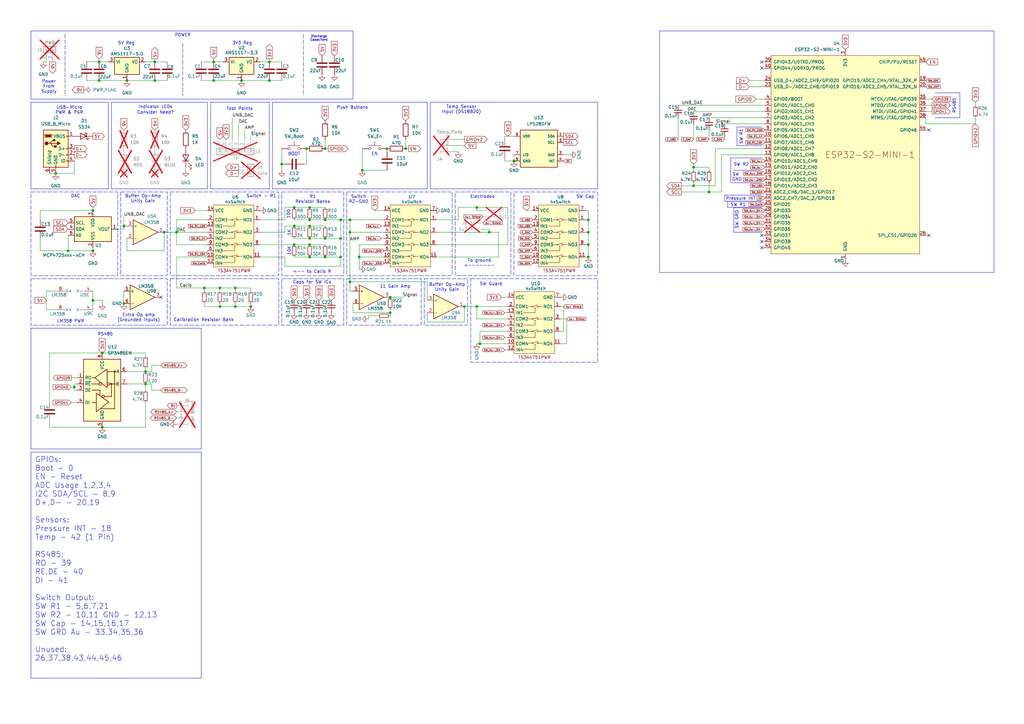
<source format=kicad_sch>
(kicad_sch (version 20231120) (generator "eeschema") (generator_version "8.0")
  (paper "A3")
  (title_block (title "Probe - EEE4022S") (date "2025-08-18") (rev "V1.0") (company "University of Cape Town"))
  (junction (at 143.51 90.17))
  (junction (at 63.5 33.02))
  (junction (at 38.1 102.87))
  (junction (at 147.32 105.41))
  (junction (at 133.35 105.41))
  (junction (at 50.8 124.46))
  (junction (at 284.48 68.58))
  (junction (at 38.1 86.36))
  (junction (at 87.63 25.4))
  (junction (at 83.82 118.11))
  (junction (at 120.65 100.33))
  (junction (at 90.17 118.11))
  (junction (at 50.8 92.71))
  (junction (at 210.82 66.04))
  (junction (at 120.65 92.71))
  (junction (at 139.7 97.79))
  (junction (at 127 97.79))
  (junction (at 190.5 125.73))
  (junction (at 41.91 144.78))
  (junction (at 143.51 95.25))
  (junction (at 127 100.33))
  (junction (at 195.58 125.73))
  (junction (at 30.48 158.75))
  (junction (at 160.02 121.92))
  (junction (at 27.94 102.87))
  (junction (at 120.65 85.09))
  (junction (at 40.64 25.4))
  (junction (at 290.83 78.74))
  (junction (at 166.37 60.96))
  (junction (at 125.73 60.96))
  (junction (at 196.85 140.97))
  (junction (at 96.52 125.73))
  (junction (at 63.5 25.4))
  (junction (at 59.69 152.4))
  (junction (at 241.3 90.17))
  (junction (at 127 90.17))
  (junction (at 67.31 95.25))
  (junction (at 52.07 33.02))
  (junction (at 284.48 76.2))
  (junction (at 38.1 123.19))
  (junction (at 87.63 33.02))
  (junction (at 241.3 95.25))
  (junction (at 127 105.41))
  (junction (at 195.58 85.09))
  (junction (at 127 85.09))
  (junction (at 143.51 115.57))
  (junction (at 148.59 69.85))
  (junction (at 72.39 95.25))
  (junction (at 41.91 175.26))
  (junction (at 110.49 25.4))
  (junction (at 102.87 125.73))
  (junction (at 241.3 100.33))
  (junction (at 160.02 128.27))
  (junction (at 133.35 97.79))
  (junction (at 59.69 157.48))
  (junction (at 127 92.71))
  (junction (at 96.52 118.11))
  (junction (at 133.35 90.17))
  (junction (at 139.7 105.41))
  (junction (at 139.7 90.17))
  (junction (at 158.75 60.96))
  (junction (at 133.35 60.96))
  (junction (at 99.06 33.02))
  (junction (at 241.3 105.41))
  (junction (at 40.64 33.02))
  (junction (at 115.57 67.31))
  (junction (at 200.66 95.25))
  (junction (at 22.86 71.12))
  (junction (at 90.17 125.73))
  (junction (at 110.49 33.02))
  (no_connect (at 312.42 25.4))
  (no_connect (at 381 53.34))
  (no_connect (at 381 96.52))
  (no_connect (at 312.42 27.94))
  (no_connect (at 312.42 99.06))
  (no_connect (at 312.42 96.52))
  (no_connect (at 312.42 101.6))
  (no_connect (at 66.04 121.92))
  (wire (pts (xy 63.5 25.4) (xy 68.58 25.4)))
  (wire (pts (xy 120.65 92.71) (xy 127 92.71)))
  (wire (pts (xy 290.83 68.58) (xy 290.83 69.85)))
  (wire (pts (xy 207.01 143.51) (xy 208.28 143.51)))
  (wire (pts (xy 83.82 124.46) (xy 83.82 125.73)))
  (wire (pts (xy 62.23 160.02) (xy 66.04 160.02)))
  (wire (pts (xy 195.58 140.97) (xy 196.85 140.97)))
  (wire (pts (xy 160.02 127) (xy 160.02 128.27)))
  (wire (pts (xy 279.4 78.74) (xy 290.83 78.74)))
  (wire (pts (xy 382.27 43.18) (xy 379.73 43.18)))
  (wire (pts (xy 59.69 144.78) (xy 59.69 146.05)))
  (wire (pts (xy 59.69 25.4) (xy 63.5 25.4)))
  (polyline (pts (xy 299.72 74.93) (xy 306.07 74.93)))
  (polyline (pts (xy 26.67 13.97) (xy 26.67 39.37)) (stroke (width 0) (type dash)))
  (wire (pts (xy 20.32 144.78) (xy 41.91 144.78)))
  (wire (pts (xy 160.02 128.27) (xy 160.02 129.54)))
  (wire (pts (xy 87.63 33.02) (xy 99.06 33.02)))
  (polyline (pts (xy 299.72 64.77) (xy 299.72 69.85)))
  (wire (pts (xy 379.73 48.26) (xy 379.73 50.8)))
  (wire (pts (xy 38.1 123.19) (xy 38.1 127)))
  (wire (pts (xy 175.26 115.57) (xy 175.26 123.19)))
  (wire (pts (xy 72.39 95.25) (xy 85.09 95.25)))
  (polyline (pts (xy 124.46 13.97) (xy 124.46 39.37)) (stroke (width 0) (type dash)))
  (wire (pts (xy 67.31 95.25) (xy 72.39 95.25)))
  (wire (pts (xy 116.84 109.22) (xy 116.84 105.41)))
  (wire (pts (xy 127 90.17) (xy 133.35 90.17)))
  (wire (pts (xy 120.65 97.79) (xy 127 97.79)))
  (wire (pts (xy 62.23 149.86) (xy 62.23 152.4)))
  (wire (pts (xy 62.23 157.48) (xy 62.23 160.02)))
  (wire (pts (xy 151.13 129.54) (xy 154.94 129.54)))
  (wire (pts (xy 241.3 105.41) (xy 240.03 105.41)))
  (wire (pts (xy 59.69 165.1) (xy 59.69 175.26)))
  (wire (pts (xy 17.78 25.4) (xy 19.05 25.4)))
  (wire (pts (xy 95.25 48.26) (xy 95.25 57.15)))
  (wire (pts (xy 278.13 48.26) (xy 278.13 57.15)))
  (wire (pts (xy 293.37 76.2) (xy 284.48 76.2)))
  (wire (pts (xy 157.48 100.33) (xy 147.32 100.33)))
  (wire (pts (xy 295.91 63.5) (xy 313.69 63.5)))
  (wire (pts (xy 133.35 57.15) (xy 133.35 60.96)))
  (polyline (pts (xy 74.93 17.78) (xy 74.93 39.37)) (stroke (width 0) (type dash)))
  (wire (pts (xy 185.42 59.69) (xy 190.5 59.69)))
  (polyline (pts (xy 302.26 59.69) (xy 312.42 59.69)))
  (wire (pts (xy 52.07 102.87) (xy 52.07 97.79)))
  (wire (pts (xy 41.91 123.19) (xy 38.1 123.19)))
  (polyline (pts (xy 297.18 80.01) (xy 297.18 82.55)))
  (wire (pts (xy 229.87 130.81) (xy 232.41 130.81)))
  (wire (pts (xy 293.37 60.96) (xy 313.69 60.96)))
  (wire (pts (xy 40.64 24.13) (xy 40.64 25.4)))
  (wire (pts (xy 30.48 157.48) (xy 30.48 158.75)))
  (polyline (pts (xy 300.99 69.85) (xy 312.42 69.85)))
  (wire (pts (xy 207.01 128.27) (xy 208.28 128.27)))
  (wire (pts (xy 207.01 138.43) (xy 208.28 138.43)))
  (polyline (pts (xy 306.07 74.93) (xy 312.42 74.93)))
  (wire (pts (xy 195.58 125.73) (xy 208.28 125.73)))
  (polyline (pts (xy 312.42 82.55) (xy 298.45 82.55)))
  (wire (pts (xy 99.06 33.02) (xy 110.49 33.02)))
  (wire (pts (xy 210.82 63.5) (xy 210.82 66.04)))
  (wire (pts (xy 41.91 144.78) (xy 59.69 144.78)))
  (wire (pts (xy 102.87 118.11) (xy 102.87 119.38)))
  (polyline (pts (xy 383.54 38.1) (xy 393.7 38.1)))
  (wire (pts (xy 231.14 63.5) (xy 233.68 63.5)))
  (wire (pts (xy 143.51 90.17) (xy 139.7 90.17)))
  (wire (pts (xy 190.5 125.73) (xy 190.5 132.08)))
  (wire (pts (xy 232.41 130.81) (xy 232.41 140.97)))
  (wire (pts (xy 59.69 152.4) (xy 52.07 152.4)))
  (wire (pts (xy 143.51 115.57) (xy 175.26 115.57)))
  (polyline (pts (xy 312.42 52.07) (xy 302.26 52.07)))
  (wire (pts (xy 312.42 25.4) (xy 313.69 25.4)))
  (wire (pts (xy 72.39 105.41) (xy 85.09 105.41)))
  (wire (pts (xy 16.51 86.36) (xy 38.1 86.36)))
  (polyline (pts (xy 312.42 82.55) (xy 297.18 82.55)))
  (wire (pts (xy 59.69 157.48) (xy 59.69 160.02)))
  (wire (pts (xy 151.13 129.54) (xy 151.13 130.81)))
  (wire (pts (xy 40.64 25.4) (xy 44.45 25.4)))
  (wire (pts (xy 50.8 68.58) (xy 50.8 69.85)))
  (wire (pts (xy 59.69 151.13) (xy 59.69 152.4)))
  (wire (pts (xy 30.48 158.75) (xy 30.48 160.02)))
  (wire (pts (xy 382.27 40.64) (xy 379.73 40.64)))
  (wire (pts (xy 120.65 100.33) (xy 127 100.33)))
  (wire (pts (xy 207.01 55.88) (xy 210.82 55.88)))
  (wire (pts (xy 90.17 124.46) (xy 90.17 125.73)))
  (wire (pts (xy 35.56 33.02) (xy 40.64 33.02)))
  (wire (pts (xy 139.7 97.79) (xy 139.7 105.41)))
  (wire (pts (xy 241.3 90.17) (xy 241.3 95.25)))
  (wire (pts (xy 87.63 25.4) (xy 91.44 25.4)))
  (wire (pts (xy 102.87 55.88) (xy 102.87 57.15)))
  (wire (pts (xy 143.51 90.17) (xy 157.48 90.17)))
  (wire (pts (xy 381 96.52) (xy 379.73 96.52)))
  (wire (pts (xy 139.7 109.22) (xy 116.84 109.22)))
  (wire (pts (xy 50.8 119.38) (xy 50.8 124.46)))
  (wire (pts (xy 147.32 100.33) (xy 147.32 105.41)))
  (polyline (pts (xy 300.99 85.09) (xy 300.99 95.25)))
  (wire (pts (xy 312.42 99.06) (xy 313.69 99.06)))
  (wire (pts (xy 207.01 66.04) (xy 210.82 66.04)))
  (wire (pts (xy 307.34 33.02) (xy 313.69 33.02)))
  (polyline (pts (xy 297.18 80.01) (xy 312.42 80.01)))
  (wire (pts (xy 312.42 96.52) (xy 313.69 96.52)))
  (wire (pts (xy 80.01 86.36) (xy 85.09 86.36)))
  (wire (pts (xy 41.91 123.19) (xy 41.91 124.46)))
  (wire (pts (xy 30.48 71.12) (xy 22.86 71.12)))
  (wire (pts (xy 187.96 90.17) (xy 187.96 85.09)))
  (polyline (pts (xy 312.42 85.09) (xy 298.45 85.09)))
  (wire (pts (xy 106.68 25.4) (xy 110.49 25.4)))
  (wire (pts (xy 133.35 90.17) (xy 139.7 90.17)))
  (wire (pts (xy 110.49 33.02) (xy 115.57 33.02)))
  (wire (pts (xy 106.68 100.33) (xy 120.65 100.33)))
  (wire (pts (xy 279.4 76.2) (xy 284.48 76.2)))
  (wire (pts (xy 297.18 55.88) (xy 297.18 57.15)))
  (wire (pts (xy 312.42 101.6) (xy 313.69 101.6)))
  (wire (pts (xy 148.59 60.96) (xy 148.59 69.85)))
  (wire (pts (xy 240.03 86.36) (xy 241.3 86.36)))
  (polyline (pts (xy 299.72 69.85) (xy 299.72 69.85)))
  (wire (pts (xy 20.32 172.72) (xy 20.32 175.26)))
  (polyline (pts (xy 393.7 38.1) (xy 393.7 48.26)))
  (wire (pts (xy 312.42 27.94) (xy 313.69 27.94)))
  (wire (pts (xy 83.82 119.38) (xy 83.82 118.11)))
  (wire (pts (xy 29.21 165.1) (xy 31.75 165.1)))
  (wire (pts (xy 22.86 127) (xy 19.05 127)))
  (wire (pts (xy 52.07 33.02) (xy 63.5 33.02)))
  (wire (pts (xy 29.21 158.75) (xy 30.48 158.75)))
  (wire (pts (xy 400.05 48.26) (xy 400.05 50.8)))
  (wire (pts (xy 127 105.41) (xy 133.35 105.41)))
  (wire (pts (xy 38.1 102.87) (xy 38.1 101.6)))
  (wire (pts (xy 241.3 100.33) (xy 241.3 105.41)))
  (wire (pts (xy 38.1 85.09) (xy 38.1 86.36)))
  (wire (pts (xy 72.39 95.25) (xy 72.39 100.33)))
  (polyline (pts (xy 298.45 82.55) (xy 298.45 85.09)))
  (wire (pts (xy 143.51 95.25) (xy 157.48 95.25)))
  (wire (pts (xy 241.3 86.36) (xy 241.3 90.17)))
  (wire (pts (xy 16.51 90.17) (xy 16.51 86.36)))
  (wire (pts (xy 205.74 121.92) (xy 208.28 121.92)))
  (wire (pts (xy 284.48 74.93) (xy 284.48 76.2)))
  (wire (pts (xy 179.07 105.41) (xy 204.47 105.41)))
  (wire (pts (xy 20.32 175.26) (xy 41.91 175.26)))
  (wire (pts (xy 90.17 125.73) (xy 96.52 125.73)))
  (wire (pts (xy 200.66 95.25) (xy 204.47 95.25)))
  (wire (pts (xy 96.52 119.38) (xy 96.52 118.11)))
  (wire (pts (xy 166.37 60.96) (xy 167.64 60.96)))
  (wire (pts (xy 127 92.71) (xy 133.35 92.71)))
  (wire (pts (xy 82.55 25.4) (xy 87.63 25.4)))
  (wire (pts (xy 158.75 62.23) (xy 158.75 60.96)))
  (wire (pts (xy 120.65 85.09) (xy 127 85.09)))
  (wire (pts (xy 110.49 25.4) (xy 115.57 25.4)))
  (wire (pts (xy 133.35 105.41) (xy 139.7 105.41)))
  (wire (pts (xy 240.03 100.33) (xy 241.3 100.33)))
  (wire (pts (xy 284.48 68.58) (xy 290.83 68.58)))
  (wire (pts (xy 90.17 118.11) (xy 96.52 118.11)))
  (wire (pts (xy 133.35 97.79) (xy 139.7 97.79)))
  (wire (pts (xy 120.65 105.41) (xy 127 105.41)))
  (wire (pts (xy 127 100.33) (xy 133.35 100.33)))
  (polyline (pts (xy 302.26 52.07) (xy 302.26 59.69)))
  (wire (pts (xy 66.04 149.86) (xy 62.23 149.86)))
  (wire (pts (xy 20.32 71.12) (xy 22.86 71.12)))
  (wire (pts (xy 175.26 132.08) (xy 190.5 132.08)))
  (wire (pts (xy 290.83 74.93) (xy 290.83 78.74)))
  (wire (pts (xy 116.84 85.09) (xy 120.65 85.09)))
  (wire (pts (xy 143.51 115.57) (xy 143.51 119.38)))
  (wire (pts (xy 293.37 60.96) (xy 293.37 76.2)))
  (wire (pts (xy 116.84 95.25) (xy 116.84 92.71)))
  (wire (pts (xy 115.57 67.31) (xy 116.84 67.31)))
  (wire (pts (xy 27.94 102.87) (xy 38.1 102.87)))
  (wire (pts (xy 97.79 50.8) (xy 97.79 57.15)))
  (wire (pts (xy 116.84 92.71) (xy 120.65 92.71)))
  (wire (pts (xy 307.34 35.56) (xy 313.69 35.56)))
  (wire (pts (xy 72.39 105.41) (xy 72.39 118.11)))
  (wire (pts (xy 85.09 100.33) (xy 72.39 100.33)))
  (wire (pts (xy 96.52 125.73) (xy 102.87 125.73)))
  (wire (pts (xy 147.32 105.41) (xy 147.32 110.49)))
  (wire (pts (xy 240.03 95.25) (xy 241.3 95.25)))
  (wire (pts (xy 76.2 68.58) (xy 76.2 69.85)))
  (wire (pts (xy 110.49 24.13) (xy 110.49 25.4)))
  (wire (pts (xy 207.01 57.15) (xy 207.01 55.88)))
  (wire (pts (xy 190.5 125.73) (xy 195.58 125.73)))
  (wire (pts (xy 124.46 67.31) (xy 125.73 67.31)))
  (wire (pts (xy 198.12 93.98) (xy 200.66 93.98)))
  (wire (pts (xy 157.48 97.79) (xy 156.21 97.79)))
  (wire (pts (xy 208.28 135.89) (xy 196.85 135.89)))
  (wire (pts (xy 179.07 100.33) (xy 208.28 100.33)))
  (wire (pts (xy 67.31 102.87) (xy 52.07 102.87)))
  (wire (pts (xy 143.51 119.38) (xy 144.78 119.38)))
  (wire (pts (xy 143.51 90.17) (xy 143.51 95.25)))
  (wire (pts (xy 85.09 102.87) (xy 85.09 104.14)))
  (polyline (pts (xy 300.99 95.25) (xy 312.42 95.25)))
  (wire (pts (xy 196.85 135.89) (xy 196.85 140.97)))
  (wire (pts (xy 295.91 78.74) (xy 290.83 78.74)))
  (wire (pts (xy 175.26 128.27) (xy 175.26 132.08)))
  (wire (pts (xy 160.02 121.92) (xy 165.1 121.92)))
  (polyline (pts (xy 383.54 48.26) (xy 393.7 48.26)))
  (wire (pts (xy 196.85 140.97) (xy 208.28 140.97)))
  (wire (pts (xy 102.87 125.73) (xy 102.87 124.46)))
  (wire (pts (xy 379.73 50.8) (xy 400.05 50.8)))
  (wire (pts (xy 30.48 157.48) (xy 31.75 157.48)))
  (wire (pts (xy 59.69 157.48) (xy 52.07 157.48)))
  (wire (pts (xy 278.13 43.18) (xy 313.69 43.18)))
  (wire (pts (xy 284.48 67.31) (xy 284.48 68.58)))
  (wire (pts (xy 215.9 86.36) (xy 218.44 86.36)))
  (wire (pts (xy 40.64 33.02) (xy 52.07 33.02)))
  (wire (pts (xy 284.48 45.72) (xy 313.69 45.72)))
  (wire (pts (xy 30.48 160.02) (xy 31.75 160.02)))
  (wire (pts (xy 67.31 95.25) (xy 67.31 102.87)))
  (wire (pts (xy 38.1 123.19) (xy 38.1 119.38)))
  (wire (pts (xy 48.26 93.98) (xy 50.8 93.98)))
  (wire (pts (xy 83.82 125.73) (xy 90.17 125.73)))
  (wire (pts (xy 157.48 92.71) (xy 156.21 92.71)))
  (wire (pts (xy 231.14 125.73) (xy 231.14 135.89)))
  (wire (pts (xy 297.18 50.8) (xy 313.69 50.8)))
  (wire (pts (xy 153.67 86.36) (xy 157.48 86.36)))
  (wire (pts (xy 16.51 97.79) (xy 16.51 102.87)))
  (wire (pts (xy 143.51 95.25) (xy 143.51 115.57)))
  (wire (pts (xy 106.68 90.17) (xy 116.84 90.17)))
  (wire (pts (xy 102.87 118.11) (xy 96.52 118.11)))
  (wire (pts (xy 295.91 63.5) (xy 295.91 78.74)))
  (wire (pts (xy 90.17 119.38) (xy 90.17 118.11)))
  (wire (pts (xy 106.68 105.41) (xy 116.84 105.41)))
  (wire (pts (xy 185.42 57.15) (xy 190.5 57.15)))
  (wire (pts (xy 96.52 125.73) (xy 96.52 124.46)))
  (wire (pts (xy 29.21 154.94) (xy 31.75 154.94)))
  (wire (pts (xy 240.03 90.17) (xy 241.3 90.17)))
  (wire (pts (xy 115.57 69.85) (xy 115.57 67.31)))
  (wire (pts (xy 125.73 60.96) (xy 125.73 67.31)))
  (wire (pts (xy 50.8 88.9) (xy 50.8 92.71)))
  (wire (pts (xy 195.58 86.36) (xy 195.58 85.09)))
  (wire (pts (xy 284.48 69.85) (xy 284.48 68.58)))
  (wire (pts (xy 198.12 86.36) (xy 195.58 86.36)))
  (wire (pts (xy 207.01 133.35) (xy 208.28 133.35)))
  (wire (pts (xy 284.48 50.8) (xy 284.48 57.15)))
  (wire (pts (xy 309.88 40.64) (xy 313.69 40.64)))
  (wire (pts (xy 139.7 105.41) (xy 139.7 109.22)))
  (wire (pts (xy 204.47 95.25) (xy 204.47 105.41)))
  (polyline (pts (xy 299.72 69.85) (xy 299.72 74.93)))
  (wire (pts (xy 241.3 95.25) (xy 241.3 100.33)))
  (wire (pts (xy 195.58 125.73) (xy 195.58 130.81)))
  (wire (pts (xy 63.5 68.58) (xy 63.5 69.85)))
  (wire (pts (xy 50.8 92.71) (xy 52.07 92.71)))
  (wire (pts (xy 179.07 86.36) (xy 177.8 86.36)))
  (wire (pts (xy 290.83 48.26) (xy 313.69 48.26)))
  (wire (pts (xy 16.51 102.87) (xy 27.94 102.87)))
  (wire (pts (xy 35.56 25.4) (xy 40.64 25.4)))
  (wire (pts (xy 400.05 41.91) (xy 400.05 43.18)))
  (wire (pts (xy 144.78 124.46) (xy 144.78 128.27)))
  (wire (pts (xy 50.8 92.71) (xy 50.8 93.98)))
  (wire (pts (xy 63.5 33.02) (xy 68.58 33.02)))
  (wire (pts (xy 82.55 33.02) (xy 87.63 33.02)))
  (wire (pts (xy 115.57 67.31) (xy 115.57 60.96)))
  (wire (pts (xy 208.28 85.09) (xy 208.28 100.33)))
  (wire (pts (xy 62.23 152.4) (xy 59.69 152.4)))
  (wire (pts (xy 133.35 60.96) (xy 134.62 60.96)))
  (polyline (pts (xy 312.42 64.77) (xy 299.72 64.77)))
  (wire (pts (xy 63.5 24.13) (xy 63.5 25.4)))
  (wire (pts (xy 179.07 90.17) (xy 187.96 90.17)))
  (wire (pts (xy 166.37 57.15) (xy 166.37 60.96)))
  (wire (pts (xy 85.09 90.17) (xy 72.39 90.17)))
  (wire (pts (xy 229.87 125.73) (xy 231.14 125.73)))
  (wire (pts (xy 148.59 69.85) (xy 158.75 69.85)))
  (wire (pts (xy 200.66 93.98) (xy 200.66 95.25)))
  (wire (pts (xy 120.65 90.17) (xy 127 90.17)))
  (wire (pts (xy 232.41 140.97) (xy 229.87 140.97)))
  (wire (pts (xy 187.96 85.09) (xy 195.58 85.09)))
  (wire (pts (xy 116.84 90.17) (xy 116.84 85.09)))
  (wire (pts (xy 290.83 53.34) (xy 290.83 57.15)))
  (polyline (pts (xy 312.42 85.09) (xy 300.99 85.09)))
  (wire (pts (xy 144.78 128.27) (xy 160.02 128.27)))
  (wire (pts (xy 147.32 105.41) (xy 157.48 105.41)))
  (wire (pts (xy 195.58 85.09) (xy 208.28 85.09)))
  (wire (pts (xy 72.39 90.17) (xy 72.39 95.25)))
  (wire (pts (xy 127 85.09) (xy 133.35 85.09)))
  (wire (pts (xy 106.68 95.25) (xy 116.84 95.25)))
  (wire (pts (xy 127 97.79) (xy 133.35 97.79)))
  (wire (pts (xy 231.14 135.89) (xy 229.87 135.89)))
  (wire (pts (xy 59.69 175.26) (xy 41.91 175.26)))
  (wire (pts (xy 139.7 90.17) (xy 139.7 97.79)))
  (wire (pts (xy 83.82 118.11) (xy 90.17 118.11)))
  (wire (pts (xy 381 53.34) (xy 379.73 53.34)))
  (wire (pts (xy 382.27 45.72) (xy 379.73 45.72)))
  (wire (pts (xy 19.05 119.38) (xy 22.86 119.38)))
  (wire (pts (xy 30.48 66.04) (xy 30.48 71.12)))
  (wire (pts (xy 72.39 118.11) (xy 83.82 118.11)))
  (wire (pts (xy 195.58 130.81) (xy 208.28 130.81)))
  (wire (pts (xy 207.01 64.77) (xy 207.01 66.04)))
  (wire (pts (xy 179.07 95.25) (xy 200.66 95.25)))
  (wire (pts (xy 185.42 62.23) (xy 187.96 62.23)))
  (wire (pts (xy 100.33 53.34) (xy 100.33 57.15)))
  (wire (pts (xy 87.63 24.13) (xy 87.63 25.4)))
  (wire (pts (xy 20.32 165.1) (xy 20.32 144.78)))
  (wire (pts (xy 19.05 119.38) (xy 19.05 127)))
  (wire (pts (xy 27.94 96.52) (xy 27.94 102.87)))
  (wire (pts (xy 59.69 157.48) (xy 62.23 157.48)))
  (rectangle (start 69.85 114.3) (end 114.3 133.35) (stroke (width 0) (type dash)))
  (rectangle (start 173.99 114.3) (end 191.77 133.35) (stroke (width 0) (type dash)))
  (rectangle (start 12.7 12.7) (end 144.78 40.64))
  (rectangle (start 12.7 41.91) (end 44.45 77.47))
  (rectangle (start 115.57 114.3) (end 140.97 133.35) (stroke (width 0) (type dash)))
  (rectangle (start 270.51 12.7) (end 407.67 111.76))
  (rectangle (start 86.36 41.91) (end 110.49 77.47))
  (rectangle (start 115.57 78.74) (end 140.97 113.03) (stroke (width 0) (type dash)))
  (rectangle (start 12.7 114.3) (end 68.58 133.35) (stroke (width 0) (type dash)))
  (rectangle (start 69.85 78.74) (end 114.3 113.03) (stroke (width 0) (type dash)))
  (rectangle (start 49.53 78.74) (end 68.58 113.03) (stroke (width 0) (type dash)))
  (rectangle (start 45.72 41.91) (end 85.09 77.47))
  (rectangle (start 111.76 41.91) (end 175.26 77.47))
  (rectangle (start 176.53 41.91) (end 245.11 77.47))
  (rectangle (start 186.69 78.74) (end 209.55 113.03) (stroke (width 0) (type dash)))
  (rectangle (start 210.82 78.74) (end 245.11 113.03) (stroke (width 0) (type dash)))
  (rectangle (start 142.24 78.74) (end 185.42 113.03) (stroke (width 0) (type dash)))
  (rectangle (start 142.24 114.3) (end 172.72 133.35) (stroke (width 0) (type dash)))
  (rectangle (start 12.7 78.74) (end 48.26 113.03) (stroke (width 0) (type dash)))
  (rectangle (start 193.04 114.3) (end 245.11 148.59) (stroke (width 0) (type dash)))
  (rectangle (start 12.7 134.62) (end 82.55 184.15))
  (text_box "GPIOs:\nBoot - 0\nEN - Reset\nADC Usage 1,2,3,4\nI2C SDA/SCL - 8,9\nD+,D- - 20,19\n\nSensors:\nPressure INT - 18\nTemp - 42 (1 Pin)\n\nRS485:\nRO - 39\nRE,DE - 40\nDI - 41\n\nSwitch Output:\nSW R1 - 5,6,7,21\nSW R2 - 10,11 GND - 12,13\nSW Cap - 14,15,16,17\nSW GRD Au - 33,34,35,36\n\nUnused:\n26,37,38,43,44,45,46\n\n" (at 12.7 185.42 0) (size 69.85 92.71) (effects (font (size 2.2 2.2)) (justify left top)))
  (text "Extra Op amp\n(Grounded inputs)" (at 56.896 130.302 0) (effects (font (size 1.27 1.27))))
  (text "Switch - R1" (at 107.188 80.518 0) (effects (font (size 1.27 1.27))))
  (text "Calibration Resistor Bank\n" (at 83.566 131.318 0) (effects (font (size 1.27 1.27))))
  (text "BOOT\n" (at 120.65 63.246 0) (effects (font (size 1.27 1.27))))
  (text "SW R1" (at 302.768 84.074 0) (effects (font (size 1.27 1.27))))
  (text "Test Points" (at 98.298 44.704 0) (effects (font (size 1.27 1.27))))
  (text "5V Reg" (at 51.816 17.78 0) (effects (font (size 1.27 1.27))))
  (text "Pressure INT" (at 303.784 81.534 0) (effects (font (size 1.27 1.27))))
  (text "POWER\n" (at 74.93 14.478 0) (effects (font (size 1.27 1.27))))
  (text "SW \nGND" (at 302.26 72.644 0) (effects (font (size 1.27 1.27))))
  (text "Discharge\nCapacitors" (at 130.81 15.748 0) (effects (font (size 0.889 0.889))))
  (text "SW Cap" (at 240.03 80.772 0) (effects (font (size 1.27 1.27))))
  (text "3V3 Reg" (at 99.314 17.78 0) (effects (font (size 1.27 1.27))))
  (text "LM358 PWR" (at 28.956 131.826 0) (effects (font (size 1.27 1.27))))
  (text "USB-Micro\nPWR & PGR" (at 28.448 45.212 0) (effects (font (size 1.27 1.27))))
  (text "To ground\n<-------" (at 196.596 107.95 0) (effects (font (size 1.27 1.27))))
  (text "Push Buttons" (at 144.526 44.196 0) (effects (font (size 1.27 1.27))))
  (text "SW R2" (at 304.038 67.564 0) (effects (font (size 1.27 1.27))))
  (text "DAC" (at 30.988 80.518 0) (effects (font (size 1.27 1.27))))
  (text "Consider Need?" (at 63.754 46.228 0) (effects (font (size 1.27 1.27))))
  (text "1K\n" (at 118.618 95.504 90) (effects (font (size 1.27 1.27))))
  (text "SW R1" (at 304.038 56.134 90) (effects (font (size 1.27 1.27))))
  (text "10K" (at 118.618 102.87 90) (effects (font (size 1.27 1.27))))
  (text "SW GRD" (at 302.26 90.17 90) (effects (font (size 1.27 1.27))))
  (text "Electrodes" (at 197.866 80.772 0) (effects (font (size 1.27 1.27))))
  (text "RS485" (at 43.18 137.16 0) (effects (font (size 1.27 1.27))))
  (text "Buffer Op-Amp\nUnity Gain" (at 183.388 117.856 0) (effects (font (size 1.27 1.27))))
  (text "Temp Sensor\nInput (DS18B20)" (at 189.23 44.958 0) (effects (font (size 1.27 1.27))))
  (text "100" (at 118.364 87.884 90) (effects (font (size 1.27 1.27))))
  (text "Indicator LEDs" (at 63.754 43.942 0) (effects (font (size 1.27 1.27))))
  (text "Switch\nR2-GND" (at 147.066 81.788 0) (effects (font (size 1.27 1.27))))
  (text "SW Guard" (at 201.422 116.586 0) (effects (font (size 1.27 1.27))))
  (text "Buffer Op-Amp\nUnity Gain" (at 58.674 81.534 0) (effects (font (size 1.27 1.27))))
  (text "Caps for SW ICs" (at 128.016 115.824 0) (effects (font (size 1.27 1.27))))
  (text "<-- to Calib R" (at 128.016 111.506 0) (effects (font (size 1.27 1.27))))
  (text "Power\nFrom\nSupply" (at 20.066 35.56 0) (effects (font (size 1.27 1.27))))
  (text "RS485" (at 391.414 43.434 90) (effects (font (size 1.27 1.27))))
  (text "EN" (at 153.67 63.246 0) (effects (font (size 1.27 1.27))))
  (text "11 Gain Amp\n" (at 162.052 117.602 0) (effects (font (size 1.27 1.27))))
  (text "R1\nResistor Banks\n" (at 128.27 81.788 0) (effects (font (size 1.27 1.27))))
  (label "AMP" (at 100.33 53.34 0))
  (label "AMP" (at 143.51 99.06 0))
  (label "AMP" (at 292.1 48.26 180))
  (label "Signal" (at 102.87 55.88 0))
  (label "DAC" (at 285.75 45.72 180))
  (label "Calib" (at 73.66 118.11 0))
  (label "DAC" (at 72.39 95.25 0))
  (label "UNB_DAC" (at 288.29 43.18 180))
  (label "Signal" (at 299.72 50.8 180))
  (label "UNB_DAC" (at 95.25 48.26 0))
  (label "Signal" (at 165.1 121.92 0))
  (label "DAC" (at 97.79 50.8 0))
  (label "UNB_DAC" (at 50.8 88.9 0))
  (global_label "SW_Au+" (shape input) (at 156.21 92.71 180) (effects (font (size 0.762 0.762))) (property "Intersheetrefs" "${INTERSHEET_REFS}" (effects (hide yes))))
  (global_label "GPIO0" (shape input) (at 309.88 40.64 180) (property "Intersheetrefs" "${INTERSHEET_REFS}" (effects (hide yes))))
  (global_label "C_DAC" (shape input) (at 284.48 57.15 180) (effects (font (size 0.762 0.762))) (property "Intersheetrefs" "${INTERSHEET_REFS}" (effects (hide yes))))
  (global_label "5V" (shape input) (at 19.05 123.19 180) (property "Intersheetrefs" "${INTERSHEET_REFS}" (effects (hide yes))))
  (global_label "GPIO40" (shape input) (at 29.21 158.75 180) (effects (font (size 1.016 1.016))) (property "Intersheetrefs" "${INTERSHEET_REFS}" (effects (hide yes))))
  (global_label "SDA" (shape output) (at 231.14 55.88 0) (property "Intersheetrefs" "${INTERSHEET_REFS}" (effects (hide yes))))
  (global_label "SCL" (shape output) (at 231.14 58.42 0) (property "Intersheetrefs" "${INTERSHEET_REFS}" (effects (hide yes))))
  (global_label "SW_R1_10K" (shape input) (at 313.69 58.42 180) (effects (font (size 0.762 0.762))) (property "Intersheetrefs" "${INTERSHEET_REFS}" (effects (hide yes))))
  (global_label "D+" (shape input) (at 307.34 33.02 180) (property "Intersheetrefs" "${INTERSHEET_REFS}" (effects (hide yes))))
  (global_label "3V3" (shape input) (at 208.28 55.88 90) (property "Intersheetrefs" "${INTERSHEET_REFS}" (effects (hide yes))))
  (global_label "SW_R1_100" (shape input) (at 313.69 53.34 180) (effects (font (size 0.762 0.762))) (property "Intersheetrefs" "${INTERSHEET_REFS}" (effects (hide yes))))
  (global_label "Au+ Shield" (shape input) (at 231.14 125.73 0) (effects (font (size 0.762 0.762))) (property "Intersheetrefs" "${INTERSHEET_REFS}" (effects (hide yes))))
  (global_label "3V3" (shape input) (at 346.71 20.32 90) (property "Intersheetrefs" "${INTERSHEET_REFS}" (effects (hide yes))))
  (global_label "3V3" (shape input) (at 400.05 41.91 90) (property "Intersheetrefs" "${INTERSHEET_REFS}" (effects (hide yes))))
  (global_label "3V3" (shape input) (at 284.48 67.31 90) (property "Intersheetrefs" "${INTERSHEET_REFS}" (effects (hide yes))))
  (global_label "D+" (shape output) (at 30.48 60.96 0) (property "Intersheetrefs" "${INTERSHEET_REFS}" (effects (hide yes))))
  (global_label "SW_Au-_SH-" (shape input) (at 313.69 93.98 180) (effects (font (size 0.762 0.762))) (property "Intersheetrefs" "${INTERSHEET_REFS}" (effects (hide yes))))
  (global_label "SW_Au+_GND" (shape input) (at 157.48 102.87 180) (effects (font (size 0.762 0.762))) (property "Intersheetrefs" "${INTERSHEET_REFS}" (effects (hide yes))))
  (global_label "5V" (shape input) (at 190.5 59.69 0) (property "Intersheetrefs" "${INTERSHEET_REFS}" (effects (hide yes))))
  (global_label "SW_Au+_SH+" (shape input) (at 207.01 128.27 180) (effects (font (size 0.762 0.762))) (property "Intersheetrefs" "${INTERSHEET_REFS}" (effects (hide yes))))
  (global_label "3V3" (shape input) (at 120.65 123.19 90) (property "Intersheetrefs" "${INTERSHEET_REFS}" (effects (hide yes))))
  (global_label "5V" (shape input) (at 90.17 57.15 90) (property "Intersheetrefs" "${INTERSHEET_REFS}" (effects (hide yes))))
  (global_label "EN" (shape output) (at 167.64 60.96 0) (property "Intersheetrefs" "${INTERSHEET_REFS}" (effects (hide yes))))
  (global_label "SW_Au+" (shape input) (at 313.69 66.04 180) (effects (font (size 0.762 0.762))) (property "Intersheetrefs" "${INTERSHEET_REFS}" (effects (hide yes))))
  (global_label "C_AMP" (shape input) (at 290.83 57.15 180) (effects (font (size 0.762 0.762))) (property "Intersheetrefs" "${INTERSHEET_REFS}" (effects (hide yes))))
  (global_label "SCL" (shape output) (at 279.4 78.74 180) (property "Intersheetrefs" "${INTERSHEET_REFS}" (effects (hide yes))))
  (global_label "3V3" (shape input) (at 205.74 121.92 180) (property "Intersheetrefs" "${INTERSHEET_REFS}" (effects (hide yes))))
  (global_label "SW_Au+_SH-" (shape input) (at 207.01 138.43 180) (effects (font (size 0.762 0.762))) (property "Intersheetrefs" "${INTERSHEET_REFS}" (effects (hide yes))))
  (global_label "3V3" (shape input) (at 215.9 86.36 90) (property "Intersheetrefs" "${INTERSHEET_REFS}" (effects (hide yes))))
  (global_label "SW_R1_100" (shape input) (at 85.09 92.71 180) (effects (font (size 0.762 0.762))) (property "Intersheetrefs" "${INTERSHEET_REFS}" (effects (hide yes))))
  (global_label "C_SGN" (shape input) (at 297.18 57.15 180) (effects (font (size 0.762 0.762))) (property "Intersheetrefs" "${INTERSHEET_REFS}" (effects (hide yes))))
  (global_label "RS485_B-" (shape bidirectional) (at 66.04 160.02 0) (effects (font (size 1.016 1.016))) (property "Intersheetrefs" "${INTERSHEET_REFS}" (effects (hide yes))))
  (global_label "9V" (shape output) (at 72.39 166.37 180) (effects (font (size 1.016 1.016))) (property "Intersheetrefs" "${INTERSHEET_REFS}" (effects (hide yes))))
  (global_label "D-" (shape output) (at 30.48 63.5 0) (property "Intersheetrefs" "${INTERSHEET_REFS}" (effects (hide yes))))
  (global_label "9V" (shape input) (at 50.8 53.34 90) (property "Intersheetrefs" "${INTERSHEET_REFS}" (effects (hide yes))))
  (global_label "3V3" (shape input) (at 125.73 123.19 90) (property "Intersheetrefs" "${INTERSHEET_REFS}" (effects (hide yes))))
  (global_label "GPIO42" (shape output) (at 190.5 57.15 0) (property "Intersheetrefs" "${INTERSHEET_REFS}" (effects (hide yes))))
  (global_label "GPIO0" (shape output) (at 134.62 60.96 0) (property "Intersheetrefs" "${INTERSHEET_REFS}" (effects (hide yes))))
  (global_label "3V3" (shape input) (at 76.2 53.34 90) (property "Intersheetrefs" "${INTERSHEET_REFS}" (effects (hide yes))))
  (global_label "SDA" (shape output) (at 279.4 76.2 180) (property "Intersheetrefs" "${INTERSHEET_REFS}" (effects (hide yes))))
  (global_label "9V" (shape output) (at 21.59 25.4 270) (property "Intersheetrefs" "${INTERSHEET_REFS}" (effects (hide yes))))
  (global_label "C_UBD" (shape input) (at 278.13 57.15 180) (effects (font (size 0.762 0.762))) (property "Intersheetrefs" "${INTERSHEET_REFS}" (effects (hide yes))))
  (global_label "SW_SGN" (shape input) (at 313.69 78.74 180) (effects (font (size 0.762 0.762))) (property "Intersheetrefs" "${INTERSHEET_REFS}" (effects (hide yes))))
  (global_label "SW_AMP" (shape input) (at 218.44 102.87 180) (effects (font (size 0.762 0.762))) (property "Intersheetrefs" "${INTERSHEET_REFS}" (effects (hide yes))))
  (global_label "RS485_B-" (shape bidirectional) (at 72.39 171.45 180) (effects (font (size 1.016 1.016))) (property "Intersheetrefs" "${INTERSHEET_REFS}" (effects (hide yes))))
  (global_label "SW_Au-_SH+" (shape input) (at 207.01 133.35 180) (effects (font (size 0.762 0.762))) (property "Intersheetrefs" "${INTERSHEET_REFS}" (effects (hide yes))))
  (global_label "SDA" (shape input) (at 27.94 93.98 180) (property "Intersheetrefs" "${INTERSHEET_REFS}" (effects (hide yes))))
  (global_label "5V" (shape input) (at 63.5 53.34 90) (property "Intersheetrefs" "${INTERSHEET_REFS}" (effects (hide yes))))
  (global_label "SCL" (shape input) (at 27.94 91.44 180) (property "Intersheetrefs" "${INTERSHEET_REFS}" (effects (hide yes))))
  (global_label "SW_Calib" (shape input) (at 85.09 107.95 180) (effects (font (size 0.762 0.762))) (property "Intersheetrefs" "${INTERSHEET_REFS}" (effects (hide yes))))
  (global_label "3V3" (shape input) (at 41.91 144.78 90) (property "Intersheetrefs" "${INTERSHEET_REFS}" (effects (hide yes))))
  (global_label "3V3" (shape input) (at 130.81 123.19 90) (property "Intersheetrefs" "${INTERSHEET_REFS}" (effects (hide yes))))
  (global_label "SW_R1_10K" (shape input) (at 85.09 104.14 180) (effects (font (size 0.762 0.762))) (property "Intersheetrefs" "${INTERSHEET_REFS}" (effects (hide yes))))
  (global_label "3V3" (shape input) (at 92.71 57.15 90) (property "Intersheetrefs" "${INTERSHEET_REFS}" (effects (hide yes))))
  (global_label "SW_Au-_SH+" (shape input) (at 313.69 88.9 180) (effects (font (size 0.762 0.762))) (property "Intersheetrefs" "${INTERSHEET_REFS}" (effects (hide yes))))
  (global_label "5V" (shape output) (at 38.1 55.88 0) (property "Intersheetrefs" "${INTERSHEET_REFS}" (effects (hide yes))))
  (global_label "SW_R1_1K" (shape input) (at 85.09 97.79 180) (effects (font (size 0.762 0.762))) (property "Intersheetrefs" "${INTERSHEET_REFS}" (effects (hide yes))))
  (global_label "SW_SGN" (shape input) (at 218.44 107.95 180) (effects (font (size 0.762 0.762))) (property "Intersheetrefs" "${INTERSHEET_REFS}" (effects (hide yes))))
  (global_label "SW_DAC" (shape input) (at 379.73 33.02 0) (effects (font (size 0.762 0.762))) (property "Intersheetrefs" "${INTERSHEET_REFS}" (effects (hide yes))))
  (global_label "D-" (shape input) (at 307.34 35.56 180) (property "Intersheetrefs" "${INTERSHEET_REFS}" (effects (hide yes))))
  (global_label "5V" (shape output) (at 63.5 24.13 90) (property "Intersheetrefs" "${INTERSHEET_REFS}" (effects (hide yes))))
  (global_label "5V" (shape input) (at 87.63 24.13 90) (property "Intersheetrefs" "${INTERSHEET_REFS}" (effects (hide yes))))
  (global_label "GPIO41" (shape output) (at 382.27 45.72 0) (effects (font (size 1.016 1.016))) (property "Intersheetrefs" "${INTERSHEET_REFS}" (effects (hide yes))))
  (global_label "D-" (shape output) (at 97.79 71.12 180) (property "Intersheetrefs" "${INTERSHEET_REFS}" (effects (hide yes))))
  (global_label "5V" (shape input) (at 132.08 22.86 90) (property "Intersheetrefs" "${INTERSHEET_REFS}" (effects (hide yes))))
  (global_label "SW_Calib" (shape input) (at 313.69 83.82 180) (effects (font (size 0.762 0.762))) (property "Intersheetrefs" "${INTERSHEET_REFS}" (effects (hide yes))))
  (global_label "GPIO42" (shape input) (at 400.05 50.8 270) (property "Intersheetrefs" "${INTERSHEET_REFS}" (effects (hide yes))))
  (global_label "C_AMP" (shape input) (at 218.44 100.33 180) (effects (font (size 0.762 0.762))) (property "Intersheetrefs" "${INTERSHEET_REFS}" (effects (hide yes))))
  (global_label "RS485_A+" (shape bidirectional) (at 66.04 149.86 0) (effects (font (size 1.016 1.016))) (property "Intersheetrefs" "${INTERSHEET_REFS}" (effects (hide yes))))
  (global_label "GPIO41" (shape input) (at 29.21 165.1 180) (effects (font (size 1.016 1.016))) (property "Intersheetrefs" "${INTERSHEET_REFS}" (effects (hide yes))))
  (global_label "D+" (shape output) (at 97.79 68.58 180) (property "Intersheetrefs" "${INTERSHEET_REFS}" (effects (hide yes))))
  (global_label "SW_Au+_SH+" (shape input) (at 313.69 86.36 180) (effects (font (size 0.762 0.762))) (property "Intersheetrefs" "${INTERSHEET_REFS}" (effects (hide yes))))
  (global_label "SW_DAC" (shape input) (at 218.44 97.79 180) (effects (font (size 0.762 0.762))) (property "Intersheetrefs" "${INTERSHEET_REFS}" (effects (hide yes))))
  (global_label "3V3" (shape input) (at 166.37 49.53 90) (property "Intersheetrefs" "${INTERSHEET_REFS}" (effects (hide yes))))
  (global_label "Au+ Shield" (shape input) (at 198.12 88.9 180) (effects (font (size 0.762 0.762))) (property "Intersheetrefs" "${INTERSHEET_REFS}" (effects (hide yes))))
  (global_label "9V" (shape input) (at 40.64 24.13 90) (property "Intersheetrefs" "${INTERSHEET_REFS}" (effects (hide yes))))
  (global_label "3V3" (shape output) (at 110.49 24.13 90) (property "Intersheetrefs" "${INTERSHEET_REFS}" (effects (hide yes))))
  (global_label "SW_Au+_SH-" (shape input) (at 313.69 91.44 180) (effects (font (size 0.762 0.762))) (property "Intersheetrefs" "${INTERSHEET_REFS}" (effects (hide yes))))
  (global_label "GPIO39" (shape input) (at 382.27 40.64 0) (effects (font (size 1.016 1.016))) (property "Intersheetrefs" "${INTERSHEET_REFS}" (effects (hide yes))))
  (global_label "Au- Shield" (shape input) (at 198.12 91.44 0) (effects (font (size 0.762 0.762))) (property "Intersheetrefs" "${INTERSHEET_REFS}" (effects (hide yes))))
  (global_label "C_DAC" (shape input) (at 218.44 95.25 180) (effects (font (size 0.762 0.762))) (property "Intersheetrefs" "${INTERSHEET_REFS}" (effects (hide yes))))
  (global_label "SW_Au-_GND" (shape input) (at 313.69 73.66 180) (effects (font (size 0.762 0.762))) (property "Intersheetrefs" "${INTERSHEET_REFS}" (effects (hide yes))))
  (global_label "SW_Au-_GND" (shape input) (at 157.48 107.95 180) (effects (font (size 0.762 0.762))) (property "Intersheetrefs" "${INTERSHEET_REFS}" (effects (hide yes))))
  (global_label "C_SGN" (shape input) (at 218.44 105.41 180) (effects (font (size 0.762 0.762))) (property "Intersheetrefs" "${INTERSHEET_REFS}" (effects (hide yes))))
  (global_label "INT" (shape input) (at 231.14 66.04 0) (effects (font (size 0.762 0.762))) (property "Intersheetrefs" "${INTERSHEET_REFS}" (effects (hide yes))))
  (global_label "SW_Au-" (shape input) (at 156.21 97.79 180) (effects (font (size 0.762 0.762))) (property "Intersheetrefs" "${INTERSHEET_REFS}" (effects (hide yes))))
  (global_label "GPIO39" (shape output) (at 29.21 154.94 180) (effects (font (size 1.016 1.016))) (property "Intersheetrefs" "${INTERSHEET_REFS}" (effects (hide yes))))
  (global_label "INT" (shape input) (at 313.69 81.28 180) (effects (font (size 0.762 0.762))) (property "Intersheetrefs" "${INTERSHEET_REFS}" (effects (hide yes))))
  (global_label "3V3" (shape input) (at 80.01 86.36 180) (property "Intersheetrefs" "${INTERSHEET_REFS}" (effects (hide yes))))
  (global_label "C_UBD" (shape input) (at 218.44 90.17 180) (effects (font (size 0.762 0.762))) (property "Intersheetrefs" "${INTERSHEET_REFS}" (effects (hide yes))))
  (global_label "SW_UBD" (shape input) (at 313.69 76.2 180) (effects (font (size 0.762 0.762))) (property "Intersheetrefs" "${INTERSHEET_REFS}" (effects (hide yes))))
  (global_label "GPIO40" (shape output) (at 382.27 43.18 0) (effects (font (size 1.016 1.016))) (property "Intersheetrefs" "${INTERSHEET_REFS}" (effects (hide yes))))
  (global_label "SW_Au-" (shape input) (at 313.69 68.58 180) (effects (font (size 0.762 0.762))) (property "Intersheetrefs" "${INTERSHEET_REFS}" (effects (hide yes))))
  (global_label "3V3" (shape input) (at 133.35 49.53 90) (property "Intersheetrefs" "${INTERSHEET_REFS}" (effects (hide yes))))
  (global_label "SW_AMP" (shape input) (at 379.73 35.56 0) (effects (font (size 0.762 0.762))) (property "Intersheetrefs" "${INTERSHEET_REFS}" (effects (hide yes))))
  (global_label "SW_UBD" (shape input) (at 218.44 92.71 180) (effects (font (size 0.762 0.762))) (property "Intersheetrefs" "${INTERSHEET_REFS}" (effects (hide yes))))
  (global_label "RS485_A+" (shape bidirectional) (at 72.39 168.91 180) (effects (font (size 1.016 1.016))) (property "Intersheetrefs" "${INTERSHEET_REFS}" (effects (hide yes))))
  (global_label "SW_R1_1K" (shape input) (at 313.69 55.88 180) (effects (font (size 0.762 0.762))) (property "Intersheetrefs" "${INTERSHEET_REFS}" (effects (hide yes))))
  (global_label "EN" (shape input) (at 379.73 25.4 0) (property "Intersheetrefs" "${INTERSHEET_REFS}" (effects (hide yes))))
  (global_label "Au- Shield" (shape input) (at 232.41 130.81 0) (effects (font (size 0.762 0.762))) (property "Intersheetrefs" "${INTERSHEET_REFS}" (effects (hide yes))))
  (global_label "9V" (shape output) (at 34.29 36.83 180) (property "Intersheetrefs" "${INTERSHEET_REFS}" (effects (hide yes))))
  (global_label "SW_Au-_SH-" (shape input) (at 207.01 143.51 180) (effects (font (size 0.762 0.762))) (property "Intersheetrefs" "${INTERSHEET_REFS}" (effects (hide yes))))
  (global_label "3V3" (shape input) (at 153.67 86.36 90) (property "Intersheetrefs" "${INTERSHEET_REFS}" (effects (hide yes))))
  (global_label "3V3" (shape input) (at 137.16 22.86 90) (property "Intersheetrefs" "${INTERSHEET_REFS}" (effects (hide yes))))
  (global_label "SW_Au+_GND" (shape input) (at 313.69 71.12 180) (effects (font (size 0.762 0.762))) (property "Intersheetrefs" "${INTERSHEET_REFS}" (effects (hide yes))))
  (global_label "5V" (shape input) (at 38.1 85.09 90) (property "Intersheetrefs" "${INTERSHEET_REFS}" (effects (hide yes))))
  (global_label "3V3" (shape input) (at 135.89 123.19 90) (property "Intersheetrefs" "${INTERSHEET_REFS}" (effects (hide yes))))
  (symbol (lib_id "Device:R_Small") (at 59.69 148.59 0) (mirror y) (unit 1)
    (property "Reference" "R27" (at 58.674 147.32 0) (effects (justify left)))
    (property "Value" "4.7K" (at 58.674 149.86 0) (effects (justify left)))
    (property "Footprint" "Resistor_SMD:R_0603_1608Metric" (effects (hide yes)))
    (property "Description" "Resistor, small symbol" (effects (hide yes)))
    (property "Cost" "0.0011" (effects (hide yes)))
    (property "JLC Part no." "C23162" (effects (hide yes)))
  )
  (symbol (lib_id "Amplifier_Operational:LM358") (at 30.48 124.46 90) (unit 3)
    (property "Reference" "U9" (at 36.322 128.524 90))
    (property "Value" "LM358" (at 23.622 128.778 90))
    (property "Footprint" "Package_SO:SOIC-8_3.9x4.9mm_P1.27mm" (effects (hide yes)))
    (property "Datasheet" "http://www.ti.com/lit/ds/symlink/lm2904-n.pdf" (effects (hide yes)))
    (property "Description" "Low-Power, Dual Operational Amplifiers, DIP-8/SOIC-8/TO-99-8" (effects (hide yes)))
    (property "Cost" "0.0758" (effects (hide yes)))
    (property "JLC Part no." "C7950" (effects (hide yes)))
  )
  (symbol (lib_id "Switch:SW_Push") (at 120.65 60.96 0) (unit 1)
    (property "Reference" "SW2" (at 120.65 53.34 0))
    (property "Value" "SW_Boot" (at 120.65 55.88 0))
    (property "Footprint" "ThesisLib:SW_TS-1088-AR02016" (effects (hide yes)))
    (property "Description" "Push button switch, generic, two pins" (effects (hide yes)))
    (property "Cost" "0.0423" (effects (hide yes)))
    (property "JLC Part no." "C720477" (effects (hide yes)))
  )
  (symbol (lib_id "power:GND") (at 106.68 86.36 90) (unit 1)
    (property "Reference" "#PWR016" (effects (hide yes)))
    (property "Value" "GND" (at 109.474 86.36 90) (effects (justify right)))
    (property "Description" "Power symbol creates a global label with name \"GND\" , ground" (effects (hide yes)))
  )
  (symbol (lib_id "Device:R") (at 129.54 60.96 90) (unit 1)
    (property "Reference" "R2" (at 129.54 57.15 90))
    (property "Value" "470" (at 131.572 58.928 90) (effects (justify left)))
    (property "Footprint" "Resistor_SMD:R_0603_1608Metric" (effects (hide yes)))
    (property "Description" "Resistor" (effects (hide yes)))
  )
  (symbol (lib_id "power:GND") (at 38.1 102.87 0) (unit 1)
    (property "Reference" "#PWR014" (effects (hide yes)))
    (property "Value" "GND" (at 38.1 107.95 0))
    (property "Description" "Power symbol creates a global label with name \"GND\" , ground" (effects (hide yes)))
  )
  (symbol (lib_id "power:GND") (at 41.91 175.26 0) (unit 1)
    (property "Reference" "#PWR022" (effects (hide yes)))
    (property "Value" "GND" (at 41.91 179.07 0))
    (property "Description" "Power symbol creates a global label with name \"GND\" , ground" (effects (hide yes)))
  )
  (symbol (lib_id "power:GND") (at 210.82 66.04 0) (unit 1)
    (property "Reference" "#PWR033" (effects (hide yes)))
    (property "Value" "GND" (at 210.82 69.85 0))
    (property "Description" "Power symbol creates a global label with name \"GND\" , ground" (effects (hide yes)))
  )
  (symbol (lib_id "Device:R_Small") (at 133.35 102.87 0) (unit 1)
    (property "Reference" "R16" (at 134.366 101.6 0) (effects (justify left)))
    (property "Value" "30K" (at 134.366 104.14 0) (effects (justify left)))
    (property "Footprint" "Resistor_SMD:R_0603_1608Metric" (effects (hide yes)))
    (property "Description" "Resistor, small symbol" (effects (hide yes)))
    (property "Cost" "0.0010" (effects (hide yes)))
    (property "JLC Part no." "C22984" (effects (hide yes)))
  )
  (symbol (lib_id "Device:C") (at 20.32 168.91 0) (unit 1)
    (property "Reference" "C14" (at 16.256 167.132 0) (effects (justify left)))
    (property "Value" "0.1uF" (at 14.732 170.942 0) (effects (justify left)))
    (property "Footprint" "Capacitor_SMD:C_0402_1005Metric" (effects (hide yes)))
    (property "Description" "Unpolarized capacitor" (effects (hide yes)))
    (property "Cost" "0.011" (effects (hide yes)))
    (property "JLC Part no." "C1525" (effects (hide yes)))
  )
  (symbol (lib_id "Device:R_Small") (at 96.52 121.92 0) (unit 1)
    (property "Reference" "R19" (at 97.536 120.65 0) (effects (justify left)))
    (property "Value" "20" (at 97.536 123.19 0) (effects (justify left)))
    (property "Footprint" "Resistor_SMD:R_0603_1608Metric" (effects (hide yes)))
    (property "Description" "Resistor, small symbol" (effects (hide yes)))
    (property "Cost" "0.0011" (effects (hide yes)))
    (property "JLC Part no." "C22950" (effects (hide yes)))
  )
  (symbol (lib_id "power:GND") (at 137.16 30.48 0) (unit 1)
    (property "Reference" "#PWR01" (effects (hide yes)))
    (property "Value" "GND" (at 137.16 35.56 0))
    (property "Description" "Power symbol creates a global label with name \"GND\" , ground" (effects (hide yes)))
  )
  (symbol (lib_id "Device:R_Small") (at 133.35 87.63 0) (unit 1)
    (property "Reference" "R10" (at 134.366 86.36 0) (effects (justify left)))
    (property "Value" "300" (at 134.366 88.9 0) (effects (justify left)))
    (property "Footprint" "Resistor_SMD:R_0603_1608Metric" (effects (hide yes)))
    (property "Description" "Resistor, small symbol" (effects (hide yes)))
    (property "Cost" "0.0011" (effects (hide yes)))
    (property "JLC Part no." "C23025" (effects (hide yes)))
  )
  (symbol (lib_id "Device:C") (at 40.64 29.21 0) (unit 1)
    (property "Reference" "C6" (at 41.148 27.178 0) (effects (justify left)))
    (property "Value" "22uF" (at 40.894 31.496 0) (effects (justify left)))
    (property "Footprint" "Capacitor_SMD:C_1206_3216Metric" (effects (hide yes)))
    (property "Description" "Unpolarized capacitor" (effects (hide yes)))
    (property "Cost" "0.0443" (effects (hide yes)))
    (property "JLC Part no." "C12891" (effects (hide yes)))
  )
  (symbol (lib_id "power:GND") (at 115.57 69.85 0) (unit 1)
    (property "Reference" "#PWR08" (effects (hide yes)))
    (property "Value" "GND" (at 115.57 74.93 0))
    (property "Description" "Power symbol creates a global label with name \"GND\" , ground" (effects (hide yes)))
  )
  (symbol (lib_id "Device:R_Small") (at 157.48 129.54 90) (unit 1)
    (property "Reference" "R21" (at 157.734 131.826 90) (effects (justify left)))
    (property "Value" "1K" (at 160.782 131.826 90) (effects (justify left)))
    (property "Footprint" "Resistor_SMD:R_0603_1608Metric" (effects (hide yes)))
    (property "Description" "Resistor, small symbol" (effects (hide yes)))
    (property "Cost" "0.0010" (effects (hide yes)))
    (property "JLC Part no." "C21190" (effects (hide yes)))
  )
  (symbol (lib_id "Connector_Generic:Conn_01x06") (at 97.79 62.23 270) (unit 1) (dnp yes)
    (property "Reference" "J3" (at 105.664 62.23 90))
    (property "Value" "TP" (at 96.774 65.024 90))
    (property "Footprint" "Connector_PinHeader_2.54mm:PinHeader_1x06_P2.54mm_Vertical" (effects (hide yes)))
    (property "Description" "Generic connector, single row, 01x06, script generated (kicad-library-utils/schlib/autogen/connector/)" (effects (hide yes)))
  )
  (symbol (lib_id "power:GND") (at 120.65 128.27 0) (unit 1)
    (property "Reference" "#PWR025" (effects (hide yes)))
    (property "Value" "GND" (at 120.65 132.08 0))
    (property "Description" "Power symbol creates a global label with name \"GND\" , ground" (effects (hide yes)))
  )
  (symbol (lib_id "ThesisLibrary:TS3A4751PWR") (at 219.71 132.08 0) (unit 1)
    (property "Reference" "U10" (at 219.71 116.332 0))
    (property "Value" "4xSwitch" (at 219.71 118.364 0))
    (property "Footprint" "Package_SO:TSSOP-14_4.4x5mm_P0.65mm" (effects (hide yes)))
    (property "Cost" "1.0695" (effects (hide yes)))
    (property "Extended" "Yes" (effects (hide yes)))
    (property "JLC Part no." "C128399" (effects (hide yes)))
  )
  (symbol (lib_id "Device:R_Small") (at 120.65 87.63 0) (unit 1)
    (property "Reference" "R8" (at 121.666 86.36 0) (effects (justify left)))
    (property "Value" "300" (at 121.666 88.9 0) (effects (justify left)))
    (property "Footprint" "Resistor_SMD:R_0603_1608Metric" (effects (hide yes)))
    (property "Description" "Resistor, small symbol" (effects (hide yes)))
    (property "Cost" "0.0011" (effects (hide yes)))
    (property "JLC Part no." "C23025" (effects (hide yes)))
  )
  (symbol (lib_id "Device:R_Small") (at 400.05 45.72 0) (unit 1)
    (property "Reference" "R26" (at 401.066 44.45 0) (effects (justify left)))
    (property "Value" "4.7K" (at 401.066 46.99 0) (effects (justify left)))
    (property "Footprint" "Resistor_SMD:R_0603_1608Metric" (effects (hide yes)))
    (property "Description" "Resistor, small symbol" (effects (hide yes)))
    (property "Cost" "0.0011" (effects (hide yes)))
    (property "JLC Part no." "C23162" (effects (hide yes)))
  )
  (symbol (lib_id "power:GND") (at 76.2 69.85 0) (unit 1)
    (property "Reference" "#PWR012" (effects (hide yes)))
    (property "Value" "GND" (at 76.2 74.93 0))
    (property "Description" "Power symbol creates a global label with name \"GND\" , ground" (effects (hide yes)))
  )
  (symbol (lib_id "Device:C") (at 207.01 60.96 0) (mirror y) (unit 1)
    (property "Reference" "C23" (at 206.756 58.928 0) (effects (justify left)))
    (property "Value" "0.1uF" (at 206.756 63.246 0) (effects (justify left)))
    (property "Footprint" "Capacitor_SMD:C_0402_1005Metric" (effects (hide yes)))
    (property "Description" "Unpolarized capacitor" (effects (hide yes)))
    (property "Cost" "0.011" (effects (hide yes)))
    (property "JLC Part no." "C1525" (effects (hide yes)))
  )
  (symbol (lib_id "Device:C_Small") (at 284.48 48.26 0) (unit 1)
    (property "Reference" "C16" (at 280.416 46.482 0) (effects (justify left)))
    (property "Value" "0.1uF" (at 278.892 50.038 0) (effects (justify left)))
    (property "Footprint" "Capacitor_SMD:C_0402_1005Metric" (effects (hide yes)))
    (property "Description" "Unpolarized capacitor, small symbol" (effects (hide yes)))
    (property "Cost" "0.011" (effects (hide yes)))
    (property "JLC Part no." "C1525" (effects (hide yes)))
  )
  (symbol (lib_id "Device:R_Small") (at 120.65 95.25 0) (unit 1)
    (property "Reference" "R11" (at 121.666 93.98 0) (effects (justify left)))
    (property "Value" "3K" (at 121.666 96.52 0) (effects (justify left)))
    (property "Footprint" "Resistor_SMD:R_0603_1608Metric" (effects (hide yes)))
    (property "Description" "Resistor, small symbol" (effects (hide yes)))
    (property "Cost" "0.0010" (effects (hide yes)))
    (property "JLC Part no." "C4211" (effects (hide yes)))
  )
  (symbol (lib_id "power:GND") (at 187.96 62.23 0) (unit 1)
    (property "Reference" "#PWR029" (effects (hide yes)))
    (property "Value" "GND" (at 187.96 66.04 0))
    (property "Description" "Power symbol creates a global label with name \"GND\" , ground" (effects (hide yes)))
  )
  (symbol (lib_id "power:GND") (at 241.3 105.41 0) (unit 1)
    (property "Reference" "#PWR020" (effects (hide yes)))
    (property "Value" "GND" (at 243.332 109.22 0) (effects (justify right)))
    (property "Description" "Power symbol creates a global label with name \"GND\" , ground" (effects (hide yes)))
  )
  (symbol (lib_id "Device:C") (at 115.57 29.21 0) (unit 1)
    (property "Reference" "C3" (at 115.824 27.178 0) (effects (justify left)))
    (property "Value" "0.1uF" (at 115.824 31.242 0) (effects (justify left)))
    (property "Footprint" "Capacitor_SMD:C_0402_1005Metric" (effects (hide yes)))
    (property "Description" "Unpolarized capacitor" (effects (hide yes)))
    (property "Cost" "0.011" (effects (hide yes)))
    (property "JLC Part no." "C1525" (effects (hide yes)))
  )
  (symbol (lib_id "power:GND") (at 195.58 140.97 0) (unit 1)
    (property "Reference" "#PWR031" (effects (hide yes)))
    (property "Value" "GND" (at 195.58 143.764 90) (effects (justify right)))
    (property "Description" "Power symbol creates a global label with name \"GND\" , ground" (effects (hide yes)))
  )
  (symbol (lib_id "Device:R") (at 63.5 57.15 180) (unit 1) (in_bom no) (on_board no) (dnp yes)
    (property "Reference" "R4" (at 66.04 55.8799 0) (effects (justify right)))
    (property "Value" "10K" (at 66.04 58.4199 0) (effects (justify right)))
    (property "Description" "Resistor" (effects (hide yes)))
  )
  (symbol (lib_id "Device:R_Small") (at 133.35 95.25 0) (unit 1)
    (property "Reference" "R13" (at 134.366 93.98 0) (effects (justify left)))
    (property "Value" "3K" (at 134.366 96.52 0) (effects (justify left)))
    (property "Footprint" "Resistor_SMD:R_0603_1608Metric" (effects (hide yes)))
    (property "Description" "Resistor, small symbol" (effects (hide yes)))
    (property "Cost" "0.0010" (effects (hide yes)))
    (property "JLC Part no." "C4211" (effects (hide yes)))
  )
  (symbol (lib_id "power:GND") (at 177.8 86.36 90) (unit 1)
    (property "Reference" "#PWR019" (effects (hide yes)))
    (property "Value" "GND" (at 180.594 86.36 90) (effects (justify right)))
    (property "Description" "Power symbol creates a global label with name \"GND\" , ground" (effects (hide yes)))
  )
  (symbol (lib_id "Device:C") (at 35.56 29.21 0) (unit 1)
    (property "Reference" "C5" (at 32.766 27.178 0) (effects (justify left)))
    (property "Value" "0.1uF" (at 28.702 31.242 0) (effects (justify left)))
    (property "Footprint" "Capacitor_SMD:C_0402_1005Metric" (effects (hide yes)))
    (property "Description" "Unpolarized capacitor" (effects (hide yes)))
    (property "Cost" "0.011" (effects (hide yes)))
    (property "JLC Part no." "C1525" (effects (hide yes)))
  )
  (symbol (lib_id "Device:C") (at 132.08 26.67 0) (unit 1)
    (property "Reference" "C9" (at 127.508 24.638 0) (effects (justify left)))
    (property "Value" "22uF" (at 127 28.956 0) (effects (justify left)))
    (property "Footprint" "Capacitor_SMD:C_1206_3216Metric" (effects (hide yes)))
    (property "Description" "Unpolarized capacitor" (effects (hide yes)))
    (property "Cost" "0.0443" (effects (hide yes)))
    (property "JLC Part no." "C12891" (effects (hide yes)))
  )
  (symbol (lib_id "Device:R_Small") (at 59.69 162.56 0) (mirror y) (unit 1)
    (property "Reference" "R28" (at 58.674 161.29 0) (effects (justify left)))
    (property "Value" "4.7K" (at 58.674 163.83 0) (effects (justify left)))
    (property "Footprint" "Resistor_SMD:R_0603_1608Metric" (effects (hide yes)))
    (property "Description" "Resistor, small symbol" (effects (hide yes)))
    (property "Cost" "0.0011" (effects (hide yes)))
    (property "JLC Part no." "C23162" (effects (hide yes)))
  )
  (symbol (lib_id "Device:C_Small") (at 278.13 45.72 0) (unit 1)
    (property "Reference" "C15" (at 274.066 43.942 0) (effects (justify left)))
    (property "Value" "0.1uF" (at 272.542 47.498 0) (effects (justify left)))
    (property "Footprint" "Capacitor_SMD:C_0402_1005Metric" (effects (hide yes)))
    (property "Description" "Unpolarized capacitor, small symbol" (effects (hide yes)))
    (property "Cost" "0.011" (effects (hide yes)))
    (property "JLC Part no." "C1525" (effects (hide yes)))
  )
  (symbol (lib_id "Regulator_Linear:AMS1117-5.0") (at 52.07 25.4 0) (unit 1)
    (property "Reference" "U3" (at 52.07 19.812 0))
    (property "Value" "AMS1117-5.0" (at 52.07 22.098 0))
    (property "Footprint" "Package_TO_SOT_SMD:SOT-223-3_TabPin2" (effects (hide yes)))
    (property "Datasheet" "http://www.advanced-monolithic.com/pdf/ds1117.pdf" (effects (hide yes)))
    (property "Description" "1A Low Dropout regulator, positive, 5.0V fixed output, SOT-223" (effects (hide yes)))
    (property "Cost" "0.1913" (effects (hide yes)))
    (property "JLC Part no." "C6187" (effects (hide yes)))
  )
  (symbol (lib_id "Device:LED") (at 50.8 64.77 90) (unit 1) (in_bom no) (on_board no) (dnp yes)
    (property "Reference" "D2" (at 54.61 65.0874 90) (effects (justify right)))
    (property "Value" "RED" (at 54.61 67.6274 90) (effects (justify right)))
    (property "Description" "Light emitting diode" (effects (hide yes)))
  )
  (symbol (lib_id "ThesisLibrary:TS3A4751PWR") (at 229.87 96.52 0) (unit 1)
    (property "Reference" "U8" (at 229.87 80.772 0))
    (property "Value" "4xSwitch" (at 229.87 82.804 0))
    (property "Footprint" "Package_SO:TSSOP-14_4.4x5mm_P0.65mm" (effects (hide yes)))
    (property "Cost" "1.0695" (effects (hide yes)))
    (property "Extended" "Yes" (effects (hide yes)))
    (property "JLC Part no." "C128399" (effects (hide yes)))
  )
  (symbol (lib_id "Device:R_Small") (at 127 95.25 0) (unit 1)
    (property "Reference" "R12" (at 128.016 93.98 0) (effects (justify left)))
    (property "Value" "3K" (at 128.016 96.52 0) (effects (justify left)))
    (property "Footprint" "Resistor_SMD:R_0603_1608Metric" (effects (hide yes)))
    (property "Description" "Resistor, small symbol" (effects (hide yes)))
    (property "Cost" "0.0010" (effects (hide yes)))
    (property "JLC Part no." "C4211" (effects (hide yes)))
  )
  (symbol (lib_id "power:GND") (at 50.8 69.85 0) (unit 1) (in_bom no) (on_board no) (dnp yes)
    (property "Reference" "#PWR010" (effects (hide yes)))
    (property "Value" "GND" (at 50.8 74.93 0))
    (property "Description" "Power symbol creates a global label with name \"GND\" , ground" (effects (hide yes)))
  )
  (symbol (lib_id "Device:C_Small") (at 130.81 125.73 0) (unit 1)
    (property "Reference" "C21" (at 126.746 123.952 0) (effects (justify left)))
    (property "Value" "0.1uF" (at 128.27 130.302 90) (effects (justify left)))
    (property "Footprint" "Capacitor_SMD:C_0402_1005Metric" (effects (hide yes)))
    (property "Description" "Unpolarized capacitor, small symbol" (effects (hide yes)))
    (property "Cost" "0.011" (effects (hide yes)))
    (property "JLC Part no." "C1525" (effects (hide yes)))
  )
  (symbol (lib_id "Device:C_Small") (at 135.89 125.73 0) (unit 1)
    (property "Reference" "C22" (at 131.826 123.952 0) (effects (justify left)))
    (property "Value" "0.1uF" (at 133.35 130.302 90) (effects (justify left)))
    (property "Footprint" "Capacitor_SMD:C_0402_1005Metric" (effects (hide yes)))
    (property "Description" "Unpolarized capacitor, small symbol" (effects (hide yes)))
    (property "Cost" "0.011" (effects (hide yes)))
    (property "JLC Part no." "C1525" (effects (hide yes)))
  )
  (symbol (lib_id "Amplifier_Operational:LM358") (at 59.69 95.25 0) (unit 1)
    (property "Reference" "U5" (at 62.23 88.646 0))
    (property "Value" "LM358" (at 62.23 91.186 0))
    (property "Footprint" "Package_SO:SOIC-8_3.9x4.9mm_P1.27mm" (effects (hide yes)))
    (property "Datasheet" "http://www.ti.com/lit/ds/symlink/lm2904-n.pdf" (effects (hide yes)))
    (property "Description" "Low-Power, Dual Operational Amplifiers, DIP-8/SOIC-8/TO-99-8" (effects (hide yes)))
    (property "Cost" "0.0758" (effects (hide yes)))
    (property "JLC Part no." "C7950" (effects (hide yes)))
  )
  (symbol (lib_id "Connector:Conn_01x03_Socket") (at 180.34 59.69 180) (unit 1) (dnp yes)
    (property "Reference" "J4" (at 180.34 65.278 0))
    (property "Value" "Temp_Pads" (at 184.404 54.102 0))
    (property "Footprint" "ThesisLib:3-Wire Solder Pads" (effects (hide yes)))
    (property "Description" "Generic connector, single row, 01x03, script generated" (effects (hide yes)))
  )
  (symbol (lib_id "power:GND") (at 130.81 128.27 0) (unit 1)
    (property "Reference" "#PWR027" (effects (hide yes)))
    (property "Value" "GND" (at 130.81 132.08 0))
    (property "Description" "Power symbol creates a global label with name \"GND\" , ground" (effects (hide yes)))
  )
  (symbol (lib_id "power:GND") (at 147.32 110.49 90) (unit 1)
    (property "Reference" "#PWR035" (effects (hide yes)))
    (property "Value" "GND" (at 150.114 110.49 90) (effects (justify right)))
    (property "Description" "Power symbol creates a global label with name \"GND\" , ground" (effects (hide yes)))
  )
  (symbol (lib_id "power:GND") (at 151.13 130.81 270) (unit 1)
    (property "Reference" "#PWR018" (effects (hide yes)))
    (property "Value" "GND" (at 148.336 130.81 90) (effects (justify right)))
    (property "Description" "Power symbol creates a global label with name \"GND\" , ground" (effects (hide yes)))
  )
  (symbol (lib_id "Interface_UART:SP3485EN") (at 41.91 160.02 0) (unit 1)
    (property "Reference" "U12" (at 44.1041 142.24 0) (effects (justify left)))
    (property "Value" "SP3485EN" (at 44.1041 144.78 0) (effects (justify left)))
    (property "Footprint" "Package_SO:SOIC-8_3.9x4.9mm_P1.27mm" (effects (hide yes)))
    (property "Datasheet" "http://www.icbase.com/pdf/SPX/SPX00480106.pdf" (effects (hide yes)))
    (property "Description" "Industrial 3.3V Low Power Half-Duplex RS-485 Transceiver 10Mbps, SOIC-8" (effects (hide yes)))
    (property "Cost" "0.2048" (effects (hide yes)))
    (property "JLC Part no." "C8963" (effects (hide yes)))
  )
  (symbol (lib_id "Connector_Generic:Conn_01x02") (at 102.87 68.58 0) (unit 1) (dnp yes)
    (property "Reference" "J5" (at 105.41 68.5799 0) (effects (justify left)))
    (property "Value" "Data" (at 105.41 71.1199 0) (effects (justify left)))
    (property "Footprint" "Connector_PinHeader_2.54mm:PinHeader_1x02_P2.54mm_Vertical" (effects (hide yes)))
    (property "Description" "Generic connector, single row, 01x02, script generated (kicad-library-utils/schlib/autogen/connector/)" (effects (hide yes)))
  )
  (symbol (lib_id "Device:C") (at 87.63 29.21 0) (unit 1)
    (property "Reference" "C4" (at 87.884 27.178 0) (effects (justify left)))
    (property "Value" "22uF" (at 87.884 31.242 0) (effects (justify left)))
    (property "Footprint" "Capacitor_SMD:C_1206_3216Metric" (effects (hide yes)))
    (property "Description" "Unpolarized capacitor" (effects (hide yes)))
    (property "Cost" "0.0443" (effects (hide yes)))
    (property "JLC Part no." "C12891" (effects (hide yes)))
  )
  (symbol (lib_id "Device:R") (at 50.8 57.15 180) (unit 1) (in_bom no) (on_board no) (dnp yes)
    (property "Reference" "R3" (at 53.34 55.8799 0) (effects (justify right)))
    (property "Value" "10K" (at 53.34 58.4199 0) (effects (justify right)))
    (property "Description" "Resistor" (effects (hide yes)))
  )
  (symbol (lib_id "Device:R") (at 162.56 60.96 90) (unit 1)
    (property "Reference" "R1" (at 162.56 56.134 90))
    (property "Value" "470" (at 162.56 58.674 90))
    (property "Footprint" "Resistor_SMD:R_0603_1608Metric" (effects (hide yes)))
    (property "Description" "Resistor" (effects (hide yes)))
  )
  (symbol (lib_id "Amplifier_Operational:LM358") (at 182.88 125.73 0) (unit 1)
    (property "Reference" "U9" (at 186.944 128.27 0))
    (property "Value" "LM358" (at 184.15 130.302 0))
    (property "Footprint" "Package_SO:SOIC-8_3.9x4.9mm_P1.27mm" (effects (hide yes)))
    (property "Datasheet" "http://www.ti.com/lit/ds/symlink/lm2904-n.pdf" (effects (hide yes)))
    (property "Description" "Low-Power, Dual Operational Amplifiers, DIP-8/SOIC-8/TO-99-8" (effects (hide yes)))
    (property "Cost" "0.0758" (effects (hide yes)))
    (property "JLC Part no." "C7950" (effects (hide yes)))
  )
  (symbol (lib_id "Amplifier_Operational:LM358") (at 152.4 121.92 0) (unit 2)
    (property "Reference" "U5" (at 156.464 124.46 0))
    (property "Value" "LM358" (at 153.924 126.492 0))
    (property "Footprint" "Package_SO:SOIC-8_3.9x4.9mm_P1.27mm" (effects (hide yes)))
    (property "Datasheet" "http://www.ti.com/lit/ds/symlink/lm2904-n.pdf" (effects (hide yes)))
    (property "Description" "Low-Power, Dual Operational Amplifiers, DIP-8/SOIC-8/TO-99-8" (effects (hide yes)))
    (property "Cost" "0.0758" (effects (hide yes)))
    (property "JLC Part no." "C7950" (effects (hide yes)))
  )
  (symbol (lib_id "power:GND") (at 229.87 121.92 90) (unit 1)
    (property "Reference" "#PWR021" (effects (hide yes)))
    (property "Value" "GND" (at 232.664 121.92 90) (effects (justify right)))
    (property "Description" "Power symbol creates a global label with name \"GND\" , ground" (effects (hide yes)))
  )
  (symbol (lib_id "Device:C") (at 158.75 66.04 0) (unit 1)
    (property "Reference" "C11" (at 162.56 64.7699 0) (effects (justify left)))
    (property "Value" "10uF" (at 162.56 67.3099 0) (effects (justify left)))
    (property "Footprint" "Capacitor_SMD:C_0603_1608Metric" (effects (hide yes)))
    (property "Description" "Unpolarized capacitor" (effects (hide yes)))
    (property "Cost" "0.0056" (effects (hide yes)))
    (property "JLC Part no." "C19702" (effects (hide yes)))
  )
  (symbol (lib_id "Device:C_Small") (at 125.73 125.73 0) (unit 1)
    (property "Reference" "C20" (at 121.666 123.952 0) (effects (justify left)))
    (property "Value" "0.1uF" (at 123.19 130.302 90) (effects (justify left)))
    (property "Footprint" "Capacitor_SMD:C_0402_1005Metric" (effects (hide yes)))
    (property "Description" "Unpolarized capacitor, small symbol" (effects (hide yes)))
    (property "Cost" "0.011" (effects (hide yes)))
    (property "JLC Part no." "C1525" (effects (hide yes)))
  )
  (symbol (lib_id "Device:C") (at 82.55 29.21 0) (unit 1)
    (property "Reference" "C1" (at 79.756 27.178 0) (effects (justify left)))
    (property "Value" "0.1uF" (at 76.962 31.242 0) (effects (justify left)))
    (property "Footprint" "Capacitor_SMD:C_0402_1005Metric" (effects (hide yes)))
    (property "Description" "Unpolarized capacitor" (effects (hide yes)))
    (property "Cost" "0.011" (effects (hide yes)))
    (property "JLC Part no." "C1525" (effects (hide yes)))
  )
  (symbol (lib_id "power:GND") (at 50.8 124.46 0) (unit 1)
    (property "Reference" "#PWR023" (effects (hide yes)))
    (property "Value" "GND" (at 48.006 124.46 0))
    (property "Description" "Power symbol creates a global label with name \"GND\" , ground" (effects (hide yes)))
  )
  (symbol (lib_id "Device:R_Small") (at 90.17 121.92 0) (unit 1)
    (property "Reference" "R18" (at 91.186 120.65 0) (effects (justify left)))
    (property "Value" "20" (at 91.186 123.19 0) (effects (justify left)))
    (property "Footprint" "Resistor_SMD:R_0603_1608Metric" (effects (hide yes)))
    (property "Description" "Resistor, small symbol" (effects (hide yes)))
    (property "Cost" "0.0011" (effects (hide yes)))
    (property "JLC Part no." "C22950" (effects (hide yes)))
  )
  (symbol (lib_id "Device:C") (at 110.49 29.21 0) (unit 1)
    (property "Reference" "C2" (at 105.918 27.178 0) (effects (justify left)))
    (property "Value" "22uF" (at 105.41 31.242 0) (effects (justify left)))
    (property "Footprint" "Capacitor_SMD:C_1206_3216Metric" (effects (hide yes)))
    (property "Description" "Unpolarized capacitor" (effects (hide yes)))
    (property "Cost" "0.0443" (effects (hide yes)))
    (property "JLC Part no." "C12891" (effects (hide yes)))
  )
  (symbol (lib_id "Device:R") (at 166.37 53.34 0) (unit 1)
    (property "Reference" "R7" (at 168.91 52.0699 0) (effects (justify left)))
    (property "Value" "10K" (at 168.91 54.6099 0) (effects (justify left)))
    (property "Footprint" "Resistor_SMD:R_0603_1608Metric" (effects (hide yes)))
    (property "Description" "Resistor" (effects (hide yes)))
    (property "Cost" "0.0009" (effects (hide yes)))
    (property "JLC Part no." "C25804" (effects (hide yes)))
  )
  (symbol (lib_id "Device:R_Small") (at 120.65 102.87 0) (unit 1)
    (property "Reference" "R14" (at 121.666 101.6 0) (effects (justify left)))
    (property "Value" "30K" (at 121.666 104.14 0) (effects (justify left)))
    (property "Footprint" "Resistor_SMD:R_0603_1608Metric" (effects (hide yes)))
    (property "Description" "Resistor, small symbol" (effects (hide yes)))
    (property "Cost" "0.0010" (effects (hide yes)))
    (property "JLC Part no." "C22984" (effects (hide yes)))
  )
  (symbol (lib_id "power:GND") (at 22.86 71.12 0) (unit 1)
    (property "Reference" "#PWR06" (effects (hide yes)))
    (property "Value" "GND" (at 22.86 76.2 0))
    (property "Description" "Power symbol creates a global label with name \"GND\" , ground" (effects (hide yes)))
  )
  (symbol (lib_id "Device:C_Small") (at 120.65 125.73 0) (unit 1)
    (property "Reference" "C19" (at 116.586 123.952 0) (effects (justify left)))
    (property "Value" "0.1uF" (at 118.11 130.302 90) (effects (justify left)))
    (property "Footprint" "Capacitor_SMD:C_0402_1005Metric" (effects (hide yes)))
    (property "Description" "Unpolarized capacitor, small symbol" (effects (hide yes)))
    (property "Cost" "0.011" (effects (hide yes)))
    (property "JLC Part no." "C1525" (effects (hide yes)))
  )
  (symbol (lib_id "Connector_Generic:Conn_01x02") (at 19.05 20.32 90) (unit 1) (dnp yes)
    (property "Reference" "J1" (at 17.526 20.32 90) (effects (justify left)))
    (property "Value" "PWR" (at 22.606 17.526 90) (effects (justify left)))
    (property "Footprint" "Connector_PinHeader_2.54mm:PinHeader_1x02_P2.54mm_Vertical" (effects (hide yes)))
    (property "Description" "Generic connector, single row, 01x02, script generated (kicad-library-utils/schlib/autogen/connector/)" (effects (hide yes)))
  )
  (symbol (lib_id "Device:C") (at 137.16 26.67 0) (unit 1)
    (property "Reference" "C10" (at 137.414 24.638 0) (effects (justify left)))
    (property "Value" "22uF" (at 137.414 28.956 0) (effects (justify left)))
    (property "Footprint" "Capacitor_SMD:C_1206_3216Metric" (effects (hide yes)))
    (property "Description" "Unpolarized capacitor" (effects (hide yes)))
    (property "Cost" "0.0443" (effects (hide yes)))
    (property "JLC Part no." "C12891" (effects (hide yes)))
  )
  (symbol (lib_id "Device:LED") (at 63.5 64.77 90) (unit 1) (in_bom no) (on_board no) (dnp yes)
    (property "Reference" "D3" (at 67.31 65.0874 90) (effects (justify right)))
    (property "Value" "BLUE" (at 67.31 67.6274 90) (effects (justify right)))
    (property "Description" "Light emitting diode" (effects (hide yes)))
  )
  (symbol (lib_id "Device:R") (at 133.35 53.34 180) (unit 1)
    (property "Reference" "R6" (at 135.89 52.0699 0) (effects (justify right)))
    (property "Value" "10K" (at 135.89 54.6099 0) (effects (justify right)))
    (property "Footprint" "Resistor_SMD:R_0603_1608Metric" (effects (hide yes)))
    (property "Description" "Resistor" (effects (hide yes)))
    (property "Cost" "0.0009" (effects (hide yes)))
    (property "JLC Part no." "C25804" (effects (hide yes)))
  )
  (symbol (lib_id "ThesisLibrary:LPS28DFW") (at 220.98 60.96 0) (unit 1)
    (property "Reference" "U13" (at 220.98 48.26 0))
    (property "Value" "LPS28DFW" (at 220.98 50.8 0))
    (property "Footprint" "ThesisLib:CCLGA-7L" (effects (hide yes)))
    (property "MF" "STMicroelectronics" (effects (hide yes)))
    (property "Description_1" "\n                        \n                            Dual full-scale, 1260 hPa and 4060 hPa, absolute digital output barometer with water-resistant package\n                        \n" (effects (hide yes)))
    (property "Package" "Package" (effects (hide yes)))
    (property "Price" "None" (effects (hide yes)))
    (property "PROD_ID" "IC-17197" (effects (hide yes)))
    (property "SnapEDA_Link" "https://www.snapeda.com/parts/LPS28DFW/STMicroelectronics/view-part/?ref=snap" (effects (hide yes)))
    (property "MP" "LPS28DFW" (effects (hide yes)))
    (property "Availability" "Not in stock" (effects (hide yes)))
    (property "Check_prices" "https://www.snapeda.com/parts/LPS28DFW/STMicroelectronics/view-part/?ref=eda" (effects (hide yes)))
    (property "Cost" "3.792" (effects (hide yes)))
    (property "Extended" "Yes" (effects (hide yes)))
    (property "JLC Part no." "C3263277" (effects (hide yes)))
  )
  (symbol (lib_id "Device:R_Small") (at 290.83 72.39 0) (mirror y) (unit 1)
    (property "Reference" "R25" (at 289.814 71.12 0) (effects (justify left)))
    (property "Value" "4.7K" (at 289.814 73.66 0) (effects (justify left)))
    (property "Footprint" "Resistor_SMD:R_0603_1608Metric" (effects (hide yes)))
    (property "Description" "Resistor, small symbol" (effects (hide yes)))
    (property "Cost" "0.0011" (effects (hide yes)))
    (property "JLC Part no." "C23162" (effects (hide yes)))
  )
  (symbol (lib_id "power:GND") (at 99.06 33.02 0) (unit 1)
    (property "Reference" "#PWR03" (effects (hide yes)))
    (property "Value" "GND" (at 99.06 38.1 0))
    (property "Description" "Power symbol creates a global label with name \"GND\" , ground" (effects (hide yes)))
  )
  (symbol (lib_id "Regulator_Linear:AMS1117-3.3") (at 99.06 25.4 0) (unit 1)
    (property "Reference" "U2" (at 99.06 19.558 0))
    (property "Value" "AMS1117-3.3" (at 99.06 21.59 0))
    (property "Footprint" "Package_TO_SOT_SMD:SOT-223-3_TabPin2" (effects (hide yes)))
    (property "Datasheet" "http://www.advanced-monolithic.com/pdf/ds1117.pdf" (effects (hide yes)))
    (property "Description" "1A Low Dropout regulator, positive, 3.3V fixed output, SOT-223" (effects (hide yes)))
    (property "Cost" "0.1653" (effects (hide yes)))
    (property "JLC Part no." "C6186" (effects (hide yes)))
  )
  (symbol (lib_id "Device:R_Small") (at 102.87 121.92 0) (unit 1)
    (property "Reference" "R20" (at 103.886 120.65 0) (effects (justify left)))
    (property "Value" "20" (at 103.886 123.19 0) (effects (justify left)))
    (property "Footprint" "Resistor_SMD:R_0603_1608Metric" (effects (hide yes)))
    (property "Description" "Resistor, small symbol" (effects (hide yes)))
    (property "Cost" "0.0011" (effects (hide yes)))
    (property "JLC Part no." "C22950" (effects (hide yes)))
  )
  (symbol (lib_id "power:GND") (at 52.07 33.02 0) (unit 1)
    (property "Reference" "#PWR04" (effects (hide yes)))
    (property "Value" "GND" (at 52.07 38.1 0))
    (property "Description" "Power symbol creates a global label with name \"GND\" , ground" (effects (hide yes)))
  )
  (symbol (lib_id "Device:C") (at 16.51 93.98 0) (unit 1)
    (property "Reference" "C13" (at 16.764 91.948 0) (effects (justify left)))
    (property "Value" "0.1uF" (at 16.764 96.266 0) (effects (justify left)))
    (property "Footprint" "Capacitor_SMD:C_0402_1005Metric" (effects (hide yes)))
    (property "Description" "Unpolarized capacitor" (effects (hide yes)))
    (property "Cost" "0.011" (effects (hide yes)))
    (property "JLC Part no." "C1525" (effects (hide yes)))
  )
  (symbol (lib_id "Device:C") (at 63.5 29.21 0) (unit 1)
    (property "Reference" "C7" (at 58.928 27.178 0) (effects (justify left)))
    (property "Value" "22uF" (at 58.42 31.496 0) (effects (justify left)))
    (property "Footprint" "Capacitor_SMD:C_1206_3216Metric" (effects (hide yes)))
    (property "Description" "Unpolarized capacitor" (effects (hide yes)))
    (property "Cost" "0.0443" (effects (hide yes)))
    (property "JLC Part no." "C12891" (effects (hide yes)))
  )
  (symbol (lib_id "Device:R_Small") (at 160.02 124.46 0) (unit 1)
    (property "Reference" "R22" (at 161.036 123.19 0) (effects (justify left)))
    (property "Value" "10K" (at 161.036 125.73 0) (effects (justify left)))
    (property "Footprint" "Resistor_SMD:R_0603_1608Metric" (effects (hide yes)))
    (property "Description" "Resistor, small symbol" (effects (hide yes)))
    (property "Cost" "0.0009" (effects (hide yes)))
    (property "JLC Part no." "C25804" (effects (hide yes)))
  )
  (symbol (lib_id "Device:R_Small") (at 127 87.63 0) (unit 1)
    (property "Reference" "R9" (at 128.016 86.36 0) (effects (justify left)))
    (property "Value" "300" (at 128.016 88.9 0) (effects (justify left)))
    (property "Footprint" "Resistor_SMD:R_0603_1608Metric" (effects (hide yes)))
    (property "Description" "Resistor, small symbol" (effects (hide yes)))
    (property "Cost" "0.0011" (effects (hide yes)))
    (property "JLC Part no." "C23025" (effects (hide yes)))
  )
  (symbol (lib_id "Device:R_Small") (at 284.48 72.39 0) (mirror y) (unit 1)
    (property "Reference" "R24" (at 283.464 71.12 0) (effects (justify left)))
    (property "Value" "4.7K" (at 283.464 73.66 0) (effects (justify left)))
    (property "Footprint" "Resistor_SMD:R_0603_1608Metric" (effects (hide yes)))
    (property "Description" "Resistor, small symbol" (effects (hide yes)))
    (property "Cost" "0.0011" (effects (hide yes)))
    (property "JLC Part no." "C23162" (effects (hide yes)))
  )
  (symbol (lib_id "power:GND") (at 148.59 69.85 0) (unit 1)
    (property "Reference" "#PWR09" (effects (hide yes)))
    (property "Value" "GND" (at 148.59 74.93 0))
    (property "Description" "Power symbol creates a global label with name \"GND\" , ground" (effects (hide yes)))
  )
  (symbol (lib_id "PCM_Espressif:ESP32-S2-MINI-1") (at 346.71 63.5 0) (mirror y) (unit 1)
    (property "Reference" "U4" (at 344.5159 17.78 0) (effects (justify left)))
    (property "Value" "ESP32-S2-MINI-1" (at 344.5159 20.32 0) (effects (justify left)))
    (property "Footprint" "PCM_Espressif:ESP32-S2-MINI-1" (effects (hide yes)))
    (property "Datasheet" "https://www.espressif.com/sites/default/files/documentation/esp32-s2-mini-1_esp32-s2-mini-1u_datasheet_en.pdf" (effects (hide yes)))
    (property "Description" "ESP32-S2-MINI-1 and ESP32-S2-MINI-1U are two powerful, generic Wi-Fi MCU modules that have a rich set of peripherals. They are an ideal choice for a wide variety of application scenarios relating to Internet of Things (IoT), wearable electronics and smart home." (effects (hide yes)))
    (property "Cost" "1.8960" (effects (hide yes)))
    (property "JLC Part no." "C3013906" (effects (hide yes)))
    (property "Extended" "Yes" (effects (hide yes)))
  )
  (symbol (lib_id "Device:C_Small") (at 290.83 50.8 0) (unit 1)
    (property "Reference" "C17" (at 286.766 49.022 0) (effects (justify left)))
    (property "Value" "0.1uF" (at 285.242 52.578 0) (effects (justify left)))
    (property "Footprint" "Capacitor_SMD:C_0402_1005Metric" (effects (hide yes)))
    (property "Description" "Unpolarized capacitor, small symbol" (effects (hide yes)))
    (property "Cost" "0.011" (effects (hide yes)))
    (property "JLC Part no." "C1525" (effects (hide yes)))
  )
  (symbol (lib_id "power:GND") (at 102.87 125.73 0) (unit 1)
    (property "Reference" "#PWR017" (effects (hide yes)))
    (property "Value" "GND" (at 102.87 129.286 0))
    (property "Description" "Power symbol creates a global label with name \"GND\" , ground" (effects (hide yes)))
  )
  (symbol (lib_id "power:GND") (at 135.89 128.27 0) (unit 1)
    (property "Reference" "#PWR028" (effects (hide yes)))
    (property "Value" "GND" (at 135.89 132.334 0))
    (property "Description" "Power symbol creates a global label with name \"GND\" , ground" (effects (hide yes)))
  )
  (symbol (lib_id "Device:C") (at 120.65 67.31 270) (unit 1)
    (property "Reference" "C12" (at 120.65 71.12 90))
    (property "Value" "10uF" (at 120.65 73.66 90))
    (property "Footprint" "Capacitor_SMD:C_0603_1608Metric" (effects (hide yes)))
    (property "Description" "Unpolarized capacitor" (effects (hide yes)))
    (property "Cost" "0.0056" (effects (hide yes)))
    (property "JLC Part no." "C19702" (effects (hide yes)))
  )
  (symbol (lib_id "Device:C_Small") (at 297.18 53.34 0) (unit 1)
    (property "Reference" "C18" (at 293.116 51.562 0) (effects (justify left)))
    (property "Value" "0.1uF" (at 291.592 55.118 0) (effects (justify left)))
    (property "Footprint" "Capacitor_SMD:C_0402_1005Metric" (effects (hide yes)))
    (property "Description" "Unpolarized capacitor, small symbol" (effects (hide yes)))
    (property "Cost" "0.011" (effects (hide yes)))
    (property "JLC Part no." "C1525" (effects (hide yes)))
  )
  (symbol (lib_id "Amplifier_Operational:LM358") (at 58.42 121.92 0) (unit 2)
    (property "Reference" "U9" (at 62.23 119.38 0))
    (property "Value" "LM358" (at 59.944 117.348 0))
    (property "Footprint" "Package_SO:SOIC-8_3.9x4.9mm_P1.27mm" (effects (hide yes)))
    (property "Datasheet" "http://www.ti.com/lit/ds/symlink/lm2904-n.pdf" (effects (hide yes)))
    (property "Description" "Low-Power, Dual Operational Amplifiers, DIP-8/SOIC-8/TO-99-8" (effects (hide yes)))
    (property "Cost" "0.0758" (effects (hide yes)))
    (property "JLC Part no." "C7950" (effects (hide yes)))
  )
  (symbol (lib_id "ThesisLibrary:TS3A4751PWR") (at 168.91 96.52 0) (unit 1)
    (property "Reference" "U7" (at 168.91 80.772 0))
    (property "Value" "4xSwitch" (at 168.91 82.804 0))
    (property "Footprint" "Package_SO:TSSOP-14_4.4x5mm_P0.65mm" (effects (hide yes)))
    (property "Cost" "1.0695" (effects (hide yes)))
    (property "Extended" "Yes" (effects (hide yes)))
    (property "JLC Part no." "C128399" (effects (hide yes)))
  )
  (symbol (lib_id "Device:R_Small") (at 59.69 154.94 0) (unit 1)
    (property "Reference" "R23" (at 60.706 153.67 0) (effects (justify left)))
    (property "Value" "120" (at 60.706 156.21 0) (effects (justify left)))
    (property "Footprint" "Resistor_SMD:R_0603_1608Metric" (effects (hide yes)))
    (property "Description" "Resistor, small symbol" (effects (hide yes)))
    (property "Cost" "0.0011" (effects (hide yes)))
    (property "JLC Part no." "C22787" (effects (hide yes)))
  )
  (symbol (lib_id "Device:R_Small") (at 127 102.87 0) (unit 1)
    (property "Reference" "R15" (at 128.016 101.6 0) (effects (justify left)))
    (property "Value" "30K" (at 128.016 104.14 0) (effects (justify left)))
    (property "Footprint" "Resistor_SMD:R_0603_1608Metric" (effects (hide yes)))
    (property "Description" "Resistor, small symbol" (effects (hide yes)))
    (property "Cost" "0.0010" (effects (hide yes)))
    (property "JLC Part no." "C22984" (effects (hide yes)))
  )
  (symbol (lib_id "Device:D_Schottky") (at 34.29 55.88 180) (unit 1)
    (property "Reference" "D1" (at 34.6075 49.53 0))
    (property "Value" "SS34" (at 34.6075 52.07 0))
    (property "Footprint" "Diode_SMD:D_SMA" (effects (hide yes)))
    (property "Description" "Schottky diode" (effects (hide yes)))
    (property "Cost" "0.0276" (effects (hide yes)))
    (property "JLC Part no." "C8678" (effects (hide yes)))
  )
  (symbol (lib_name "Conn_01x02_Socket_2") (lib_id "Connector:Conn_01x02_Socket") (at 203.2 86.36 0) (unit 1) (dnp yes)
    (property "Reference" "J7" (at 204.47 86.3599 0) (effects (justify left)))
    (property "Value" "Au1" (at 204.47 88.8999 0) (effects (justify left)))
    (property "Footprint" "ThesisLib:Au_Electrode_edited" (effects (hide yes)))
    (property "Description" "Generic connector, single row, 01x02, script generated" (effects (hide yes)))
  )
  (symbol (lib_id "Device:R_Small") (at 83.82 121.92 0) (unit 1)
    (property "Reference" "R17" (at 84.836 120.65 0) (effects (justify left)))
    (property "Value" "20" (at 84.836 123.19 0) (effects (justify left)))
    (property "Footprint" "Resistor_SMD:R_0603_1608Metric" (effects (hide yes)))
    (property "Description" "Resistor, small symbol" (effects (hide yes)))
    (property "Cost" "0.0011" (effects (hide yes)))
    (property "JLC Part no." "C22950" (effects (hide yes)))
  )
  (symbol (lib_id "power:GND") (at 72.39 173.99 270) (mirror x) (unit 1)
    (property "Reference" "#PWR013" (effects (hide yes)))
    (property "Value" "GND" (at 67.564 173.99 90))
    (property "Description" "Power symbol creates a global label with name \"GND\" , ground" (effects (hide yes)))
  )
  (symbol (lib_id "power:PWR_FLAG") (at 34.29 36.83 270) (unit 1)
    (property "Reference" "#FLG02" (effects (hide yes)))
    (property "Value" "PWR_FLAG" (at 38.1 36.8299 90) (effects (justify left)))
    (property "Description" "Special symbol for telling ERC where power comes from" (effects (hide yes)))
  )
  (symbol (lib_id "power:GND") (at 63.5 69.85 0) (unit 1) (in_bom no) (on_board no) (dnp yes)
    (property "Reference" "#PWR011" (effects (hide yes)))
    (property "Value" "GND" (at 63.5 74.93 0))
    (property "Description" "Power symbol creates a global label with name \"GND\" , ground" (effects (hide yes)))
  )
  (symbol (lib_name "Conn_01x02_Socket_1") (lib_id "Connector:Conn_01x02_Socket") (at 193.04 91.44 0) (mirror y) (unit 1) (dnp yes)
    (property "Reference" "J8" (at 191.77 91.4399 0) (effects (justify left)))
    (property "Value" "Au2" (at 191.77 93.9799 0) (effects (justify left)))
    (property "Footprint" "ThesisLib:Au_Electrode_edited" (effects (hide yes)))
    (property "Description" "Generic connector, single row, 01x02, script generated" (effects (hide yes)))
  )
  (symbol (lib_id "ThesisLibrary:TS3A4751PWR") (at 96.52 96.52 0) (unit 1)
    (property "Reference" "U6" (at 96.52 80.772 0))
    (property "Value" "4xSwitch" (at 96.52 82.804 0))
    (property "Footprint" "Package_SO:TSSOP-14_4.4x5mm_P0.65mm" (effects (hide yes)))
    (property "Cost" "1.0695" (effects (hide yes)))
    (property "Extended" "Yes" (effects (hide yes)))
    (property "JLC Part no." "C128399" (effects (hide yes)))
  )
  (symbol (lib_id "power:GND") (at 233.68 63.5 90) (unit 1)
    (property "Reference" "#PWR034" (effects (hide yes)))
    (property "Value" "GND" (at 237.49 63.5 0))
    (property "Description" "Power symbol creates a global label with name \"GND\" , ground" (effects (hide yes)))
  )
  (symbol (lib_id "Analog_DAC:MCP4725xxx-xCH") (at 38.1 93.98 0) (unit 1)
    (property "Reference" "U1" (at 40.386 100.584 0))
    (property "Value" "MCP4725xxx-xCH" (at 26.162 104.648 0))
    (property "Footprint" "Package_TO_SOT_SMD:SOT-23-6" (effects (hide yes)))
    (property "Datasheet" "http://ww1.microchip.com/downloads/en/DeviceDoc/22039d.pdf" (effects (hide yes)))
    (property "Description" "12-bit Digital-to-Analog Converter, integrated EEPROM, I2C interface, SOT-23-6" (effects (hide yes)))
    (property "Cost" "0.9" (effects (hide yes)))
    (property "Extended" "Yes" (effects (hide yes)))
    (property "JLC Part no." "C144198" (effects (hide yes)))
  )
  (symbol (lib_id "power:GND") (at 17.78 25.4 0) (unit 1)
    (property "Reference" "#PWR07" (effects (hide yes)))
    (property "Value" "GND" (at 17.78 30.48 0))
    (property "Description" "Power symbol creates a global label with name \"GND\" , ground" (effects (hide yes)))
  )
  (symbol (lib_id "power:GND") (at 132.08 30.48 0) (unit 1)
    (property "Reference" "#PWR05" (effects (hide yes)))
    (property "Value" "GND" (at 132.08 35.56 0))
    (property "Description" "Power symbol creates a global label with name \"GND\" , ground" (effects (hide yes)))
  )
  (symbol (lib_id "Amplifier_Operational:LM358") (at 30.48 116.84 90) (unit 3)
    (property "Reference" "U5" (at 34.798 120.904 90))
    (property "Value" "LM358" (at 24.13 120.904 90))
    (property "Footprint" "Package_SO:SOIC-8_3.9x4.9mm_P1.27mm" (effects (hide yes)))
    (property "Datasheet" "http://www.ti.com/lit/ds/symlink/lm2904-n.pdf" (effects (hide yes)))
    (property "Description" "Low-Power, Dual Operational Amplifiers, DIP-8/SOIC-8/TO-99-8" (effects (hide yes)))
    (property "Cost" "0.0758" (effects (hide yes)))
    (property "JLC Part no." "C7950" (effects (hide yes)))
  )
  (symbol (lib_id "Switch:SW_Push") (at 153.67 60.96 0) (unit 1)
    (property "Reference" "SW1" (at 153.67 53.34 0))
    (property "Value" "SW_En" (at 153.67 55.88 0))
    (property "Footprint" "ThesisLib:SW_TS-1088-AR02016" (effects (hide yes)))
    (property "Description" "Push button switch, generic, two pins" (effects (hide yes)))
    (property "Cost" "0.0423" (effects (hide yes)))
    (property "JLC Part no." "C720477" (effects (hide yes)))
  )
  (symbol (lib_id "Connector:Conn_01x04_Socket") (at 77.47 171.45 0) (mirror x) (unit 1) (dnp yes)
    (property "Reference" "J6" (at 76.708 164.338 0))
    (property "Value" "Inter Board" (at 78.994 169.672 90))
    (property "Footprint" "Connector_PinHeader_2.54mm:PinHeader_1x04_P2.54mm_Vertical" (effects (hide yes)))
    (property "Description" "Generic connector, single row, 01x04, script generated" (effects (hide yes)))
  )
  (symbol (lib_id "Device:LED") (at 76.2 64.77 90) (unit 1)
    (property "Reference" "D4" (at 80.01 65.0874 90) (effects (justify right)))
    (property "Value" "LED" (at 80.01 67.6274 90) (effects (justify right)))
    (property "Footprint" "LED_SMD:LED_0603_1608Metric" (effects (hide yes)))
    (property "Description" "Light emitting diode" (effects (hide yes)))
    (property "Cost" "0.0056" (effects (hide yes)))
    (property "JLC Part no." "C2286" (effects (hide yes)))
  )
  (symbol (lib_id "power:GND") (at 41.91 124.46 0) (unit 1)
    (property "Reference" "#PWR015" (effects (hide yes)))
    (property "Value" "GND" (at 41.91 129.54 0))
    (property "Description" "Power symbol creates a global label with name \"GND\" , ground" (effects (hide yes)))
  )
  (symbol (lib_id "Device:C") (at 68.58 29.21 0) (unit 1)
    (property "Reference" "C8" (at 68.58 27.432 0) (effects (justify left)))
    (property "Value" "0.1uF" (at 68.58 31.242 0) (effects (justify left)))
    (property "Footprint" "Capacitor_SMD:C_0402_1005Metric" (effects (hide yes)))
    (property "Description" "Unpolarized capacitor" (effects (hide yes)))
    (property "Cost" "0.011" (effects (hide yes)))
    (property "JLC Part no." "C1525" (effects (hide yes)))
  )
  (symbol (lib_id "Connector:USB_B_Micro") (at 22.86 60.96 0) (unit 1)
    (property "Reference" "J2" (at 22.86 48.26 0))
    (property "Value" "USB_B_Micro" (at 22.86 50.8 0))
    (property "Footprint" "ThesisLib:SHOUHAN_MICROXNJ_Edited" (effects (hide yes)))
    (property "Description" "USB Micro Type B connector" (effects (hide yes)))
    (property "Cost" "0.0368" (effects (hide yes)))
    (property "Extended" "Yes" (effects (hide yes)))
    (property "JLC Part no." "C404969" (effects (hide yes)))
  )
  (symbol (lib_id "power:GND") (at 346.71 106.68 0) (mirror y) (unit 1)
    (property "Reference" "#PWR02" (effects (hide yes)))
    (property "Value" "GND" (at 346.202 106.934 0) (effects (justify left)))
    (property "Description" "Power symbol creates a global label with name \"GND\" , ground" (effects (hide yes)))
  )
  (symbol (lib_id "power:GND") (at 125.73 128.27 0) (unit 1)
    (property "Reference" "#PWR026" (effects (hide yes)))
    (property "Value" "GND" (at 125.73 132.08 0))
    (property "Description" "Power symbol creates a global label with name \"GND\" , ground" (effects (hide yes)))
  )
  (symbol (lib_id "Device:R") (at 76.2 57.15 180) (unit 1)
    (property "Reference" "R5" (at 78.74 55.8799 0) (effects (justify right)))
    (property "Value" "1K" (at 78.74 58.4199 0) (effects (justify right)))
    (property "Footprint" "Resistor_SMD:R_0603_1608Metric" (effects (hide yes)))
    (property "Description" "Resistor" (effects (hide yes)))
    (property "Cost" "0.0010" (effects (hide yes)))
    (property "JLC Part no." "C21190" (effects (hide yes)))
  )
)
</source>
